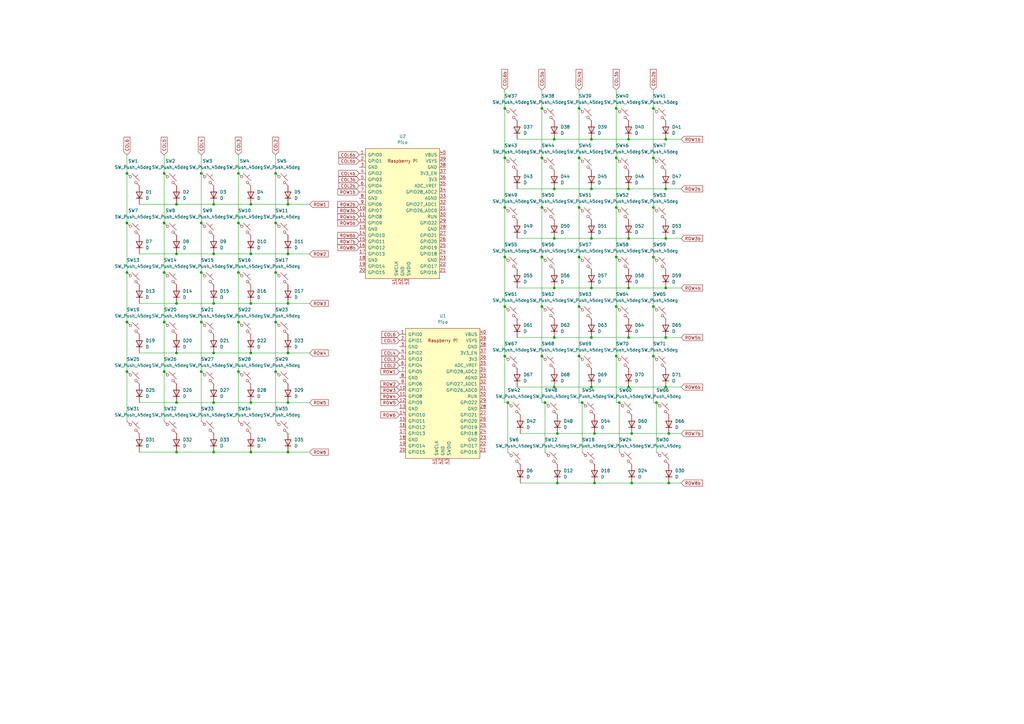
<source format=kicad_sch>
(kicad_sch (version 20231120) (generator "eeschema") (generator_version "8.0")
  (paper "A3")
  (lib_symbols
    (symbol "Device:D" (pin_numbers hide) (pin_names (offset 1.016) hide)
      (property "Reference" "D" (at 0 2.54 0))
      (property "Value" "D" (at 0 -2.54 0))
      (symbol "D_1_1"
        (pin passive line (at -3.81 0 0) (length 2.54) (name "K") (number "1"))
        (pin passive line (at 3.81 0 180) (length 2.54) (name "A") (number "2"))
      )
    )
    (symbol "MCU_RaspberryPi_and_Boards:Pico" (pin_names (offset 1.016))
      (property "Reference" "U" (at -13.97 27.94 0))
      (property "Value" "Pico" (at 0 19.05 0))
      (symbol "Pico_0_0"
        (text "Raspberry Pi" (at 0 21.59 0) (effects (font (size 1.27 1.27))))
      )
      (symbol "Pico_1_1"
        (pin bidirectional line (at -17.78 24.13 0) (length 2.54) (name "GPIO0") (number "1"))
        (pin bidirectional line (at -17.78 1.27 0) (length 2.54) (name "GPIO7") (number "10"))
        (pin bidirectional line (at -17.78 -1.27 0) (length 2.54) (name "GPIO8") (number "11"))
        (pin bidirectional line (at -17.78 -3.81 0) (length 2.54) (name "GPIO9") (number "12"))
        (pin power_in line (at -17.78 -6.35 0) (length 2.54) (name "GND") (number "13"))
        (pin bidirectional line (at -17.78 -8.89 0) (length 2.54) (name "GPIO10") (number "14"))
        (pin bidirectional line (at -17.78 -11.43 0) (length 2.54) (name "GPIO11") (number "15"))
        (pin bidirectional line (at -17.78 -13.97 0) (length 2.54) (name "GPIO12") (number "16"))
        (pin bidirectional line (at -17.78 -16.51 0) (length 2.54) (name "GPIO13") (number "17"))
        (pin power_in line (at -17.78 -19.05 0) (length 2.54) (name "GND") (number "18"))
        (pin bidirectional line (at -17.78 -21.59 0) (length 2.54) (name "GPIO14") (number "19"))
        (pin bidirectional line (at -17.78 21.59 0) (length 2.54) (name "GPIO1") (number "2"))
        (pin bidirectional line (at -17.78 -24.13 0) (length 2.54) (name "GPIO15") (number "20"))
        (pin bidirectional line (at 17.78 -24.13 180) (length 2.54) (name "GPIO16") (number "21"))
        (pin bidirectional line (at 17.78 -21.59 180) (length 2.54) (name "GPIO17") (number "22"))
        (pin power_in line (at 17.78 -19.05 180) (length 2.54) (name "GND") (number "23"))
        (pin bidirectional line (at 17.78 -16.51 180) (length 2.54) (name "GPIO18") (number "24"))
        (pin bidirectional line (at 17.78 -13.97 180) (length 2.54) (name "GPIO19") (number "25"))
        (pin bidirectional line (at 17.78 -11.43 180) (length 2.54) (name "GPIO20") (number "26"))
        (pin bidirectional line (at 17.78 -8.89 180) (length 2.54) (name "GPIO21") (number "27"))
        (pin power_in line (at 17.78 -6.35 180) (length 2.54) (name "GND") (number "28"))
        (pin bidirectional line (at 17.78 -3.81 180) (length 2.54) (name "GPIO22") (number "29"))
        (pin power_in line (at -17.78 19.05 0) (length 2.54) (name "GND") (number "3"))
        (pin input line (at 17.78 -1.27 180) (length 2.54) (name "RUN") (number "30"))
        (pin bidirectional line (at 17.78 1.27 180) (length 2.54) (name "GPIO26_ADC0") (number "31"))
        (pin bidirectional line (at 17.78 3.81 180) (length 2.54) (name "GPIO27_ADC1") (number "32"))
        (pin power_in line (at 17.78 6.35 180) (length 2.54) (name "AGND") (number "33"))
        (pin bidirectional line (at 17.78 8.89 180) (length 2.54) (name "GPIO28_ADC2") (number "34"))
        (pin unspecified line (at 17.78 11.43 180) (length 2.54) (name "ADC_VREF") (number "35"))
        (pin unspecified line (at 17.78 13.97 180) (length 2.54) (name "3V3") (number "36"))
        (pin input line (at 17.78 16.51 180) (length 2.54) (name "3V3_EN") (number "37"))
        (pin bidirectional line (at 17.78 19.05 180) (length 2.54) (name "GND") (number "38"))
        (pin unspecified line (at 17.78 21.59 180) (length 2.54) (name "VSYS") (number "39"))
        (pin bidirectional line (at -17.78 16.51 0) (length 2.54) (name "GPIO2") (number "4"))
        (pin unspecified line (at 17.78 24.13 180) (length 2.54) (name "VBUS") (number "40"))
        (pin input line (at -2.54 -29.21 90) (length 2.54) (name "SWCLK") (number "41"))
        (pin power_in line (at 0 -29.21 90) (length 2.54) (name "GND") (number "42"))
        (pin bidirectional line (at 2.54 -29.21 90) (length 2.54) (name "SWDIO") (number "43"))
        (pin bidirectional line (at -17.78 13.97 0) (length 2.54) (name "GPIO3") (number "5"))
        (pin bidirectional line (at -17.78 11.43 0) (length 2.54) (name "GPIO4") (number "6"))
        (pin bidirectional line (at -17.78 8.89 0) (length 2.54) (name "GPIO5") (number "7"))
        (pin power_in line (at -17.78 6.35 0) (length 2.54) (name "GND") (number "8"))
        (pin bidirectional line (at -17.78 3.81 0) (length 2.54) (name "GPIO6") (number "9"))
      )
    )
    (symbol "Switch:SW_Push_45deg" (pin_numbers hide) (pin_names (offset 1.016) hide)
      (property "Reference" "SW" (at 3.048 1.016 0))
      (property "Value" "SW_Push_45deg" (at 0 -3.81 0))
      (symbol "SW_Push_45deg_0_1"
        (pin passive line (at -2.54 2.54 0) (length 0) (name "1") (number "1"))
        (pin passive line (at 2.54 -2.54 180) (length 0) (name "2") (number "2"))
      )
    )
  )
  (junction (at 87.63 165.1))
  (junction (at 237.49 85.09))
  (junction (at 273.05 77.47))
  (junction (at 118.11 185.42))
  (junction (at 72.39 124.46))
  (junction (at 257.81 57.15))
  (junction (at 87.63 83.82))
  (junction (at 67.31 71.12))
  (junction (at 237.49 64.77))
  (junction (at 242.57 118.11))
  (junction (at 207.01 64.77))
  (junction (at 67.31 152.4))
  (junction (at 257.81 77.47))
  (junction (at 82.55 132.08))
  (junction (at 269.24 165.1))
  (junction (at 102.87 124.46))
  (junction (at 207.01 146.05))
  (junction (at 97.79 152.4))
  (junction (at 242.57 97.79))
  (junction (at 87.63 144.78))
  (junction (at 252.73 44.45))
  (junction (at 267.97 146.05))
  (junction (at 273.05 57.15))
  (junction (at 237.49 125.73))
  (junction (at 257.81 158.75))
  (junction (at 273.05 138.43))
  (junction (at 67.31 132.08))
  (junction (at 267.97 44.45))
  (junction (at 52.07 111.76))
  (junction (at 267.97 105.41))
  (junction (at 82.55 91.44))
  (junction (at 273.05 158.75))
  (junction (at 97.79 71.12))
  (junction (at 274.32 198.12))
  (junction (at 223.52 165.1))
  (junction (at 227.33 77.47))
  (junction (at 259.08 198.12))
  (junction (at 82.55 111.76))
  (junction (at 252.73 85.09))
  (junction (at 207.01 44.45))
  (junction (at 273.05 97.79))
  (junction (at 267.97 125.73))
  (junction (at 118.11 124.46))
  (junction (at 273.05 118.11))
  (junction (at 118.11 165.1))
  (junction (at 222.25 105.41))
  (junction (at 113.03 111.76))
  (junction (at 237.49 146.05))
  (junction (at 222.25 146.05))
  (junction (at 227.33 97.79))
  (junction (at 257.81 118.11))
  (junction (at 97.79 91.44))
  (junction (at 222.25 64.77))
  (junction (at 222.25 85.09))
  (junction (at 82.55 152.4))
  (junction (at 67.31 91.44))
  (junction (at 222.25 44.45))
  (junction (at 243.84 177.8))
  (junction (at 237.49 44.45))
  (junction (at 102.87 104.14))
  (junction (at 227.33 138.43))
  (junction (at 252.73 64.77))
  (junction (at 274.32 177.8))
  (junction (at 252.73 105.41))
  (junction (at 113.03 132.08))
  (junction (at 72.39 83.82))
  (junction (at 72.39 165.1))
  (junction (at 72.39 144.78))
  (junction (at 97.79 111.76))
  (junction (at 102.87 83.82))
  (junction (at 207.01 125.73))
  (junction (at 242.57 77.47))
  (junction (at 118.11 144.78))
  (junction (at 82.55 71.12))
  (junction (at 113.03 152.4))
  (junction (at 227.33 57.15))
  (junction (at 72.39 104.14))
  (junction (at 102.87 165.1))
  (junction (at 207.01 85.09))
  (junction (at 237.49 105.41))
  (junction (at 259.08 177.8))
  (junction (at 113.03 71.12))
  (junction (at 227.33 118.11))
  (junction (at 252.73 146.05))
  (junction (at 242.57 57.15))
  (junction (at 102.87 185.42))
  (junction (at 67.31 111.76))
  (junction (at 102.87 144.78))
  (junction (at 97.79 132.08))
  (junction (at 228.6 177.8))
  (junction (at 207.01 105.41))
  (junction (at 227.33 158.75))
  (junction (at 252.73 125.73))
  (junction (at 52.07 152.4))
  (junction (at 52.07 71.12))
  (junction (at 222.25 125.73))
  (junction (at 113.03 91.44))
  (junction (at 242.57 138.43))
  (junction (at 72.39 185.42))
  (junction (at 118.11 104.14))
  (junction (at 254 165.1))
  (junction (at 87.63 185.42))
  (junction (at 87.63 124.46))
  (junction (at 238.76 165.1))
  (junction (at 242.57 158.75))
  (junction (at 208.28 165.1))
  (junction (at 243.84 198.12))
  (junction (at 257.81 97.79))
  (junction (at 118.11 83.82))
  (junction (at 52.07 91.44))
  (junction (at 267.97 64.77))
  (junction (at 228.6 198.12))
  (junction (at 87.63 104.14))
  (junction (at 267.97 85.09))
  (junction (at 52.07 132.08))
  (junction (at 257.81 138.43))
  (wire (pts (xy 212.09 118.11) (xy 227.33 118.11)))
  (wire (pts (xy 57.15 165.1) (xy 72.39 165.1)))
  (wire (pts (xy 102.87 144.78) (xy 118.11 144.78)))
  (wire (pts (xy 97.79 132.08) (xy 97.79 152.4)))
  (wire (pts (xy 252.73 146.05) (xy 252.73 165.1)))
  (wire (pts (xy 269.24 165.1) (xy 269.24 185.42)))
  (wire (pts (xy 213.36 198.12) (xy 228.6 198.12)))
  (wire (pts (xy 279.4 97.79) (xy 273.05 97.79)))
  (wire (pts (xy 57.15 124.46) (xy 72.39 124.46)))
  (wire (pts (xy 267.97 85.09) (xy 267.97 105.41)))
  (wire (pts (xy 87.63 165.1) (xy 102.87 165.1)))
  (wire (pts (xy 279.4 198.12) (xy 274.32 198.12)))
  (wire (pts (xy 257.81 158.75) (xy 273.05 158.75)))
  (wire (pts (xy 252.73 64.77) (xy 252.73 85.09)))
  (wire (pts (xy 279.4 77.47) (xy 273.05 77.47)))
  (wire (pts (xy 242.57 77.47) (xy 257.81 77.47)))
  (wire (pts (xy 72.39 104.14) (xy 87.63 104.14)))
  (wire (pts (xy 72.39 144.78) (xy 87.63 144.78)))
  (wire (pts (xy 227.33 118.11) (xy 242.57 118.11)))
  (wire (pts (xy 222.25 85.09) (xy 222.25 105.41)))
  (wire (pts (xy 273.05 57.15) (xy 279.4 57.15)))
  (wire (pts (xy 52.07 91.44) (xy 52.07 111.76)))
  (wire (pts (xy 127 83.82) (xy 118.11 83.82)))
  (wire (pts (xy 238.76 165.1) (xy 238.76 185.42)))
  (wire (pts (xy 222.25 125.73) (xy 222.25 146.05)))
  (wire (pts (xy 227.33 138.43) (xy 242.57 138.43)))
  (wire (pts (xy 212.09 97.79) (xy 227.33 97.79)))
  (wire (pts (xy 72.39 165.1) (xy 87.63 165.1)))
  (wire (pts (xy 257.81 118.11) (xy 273.05 118.11)))
  (wire (pts (xy 267.97 165.1) (xy 269.24 165.1)))
  (wire (pts (xy 118.11 144.78) (xy 127 144.78)))
  (wire (pts (xy 207.01 105.41) (xy 207.01 125.73)))
  (wire (pts (xy 257.81 77.47) (xy 273.05 77.47)))
  (wire (pts (xy 87.63 104.14) (xy 102.87 104.14)))
  (wire (pts (xy 82.55 132.08) (xy 82.55 152.4)))
  (wire (pts (xy 52.07 63.5) (xy 52.07 71.12)))
  (wire (pts (xy 113.03 63.5) (xy 113.03 71.12)))
  (wire (pts (xy 82.55 111.76) (xy 82.55 132.08)))
  (wire (pts (xy 259.08 177.8) (xy 274.32 177.8)))
  (wire (pts (xy 82.55 152.4) (xy 82.55 172.72)))
  (wire (pts (xy 279.4 177.8) (xy 274.32 177.8)))
  (wire (pts (xy 102.87 124.46) (xy 118.11 124.46)))
  (wire (pts (xy 242.57 138.43) (xy 257.81 138.43)))
  (wire (pts (xy 127 124.46) (xy 118.11 124.46)))
  (wire (pts (xy 227.33 158.75) (xy 242.57 158.75)))
  (wire (pts (xy 223.52 165.1) (xy 223.52 185.42)))
  (wire (pts (xy 113.03 132.08) (xy 113.03 152.4)))
  (wire (pts (xy 254 165.1) (xy 254 185.42)))
  (wire (pts (xy 67.31 111.76) (xy 67.31 132.08)))
  (wire (pts (xy 252.73 125.73) (xy 252.73 146.05)))
  (wire (pts (xy 52.07 71.12) (xy 52.07 91.44)))
  (wire (pts (xy 212.09 77.47) (xy 227.33 77.47)))
  (wire (pts (xy 207.01 165.1) (xy 208.28 165.1)))
  (wire (pts (xy 213.36 177.8) (xy 228.6 177.8)))
  (wire (pts (xy 82.55 91.44) (xy 82.55 111.76)))
  (wire (pts (xy 102.87 185.42) (xy 118.11 185.42)))
  (wire (pts (xy 252.73 85.09) (xy 252.73 105.41)))
  (wire (pts (xy 237.49 105.41) (xy 237.49 125.73)))
  (wire (pts (xy 97.79 111.76) (xy 97.79 132.08)))
  (wire (pts (xy 228.6 198.12) (xy 243.84 198.12)))
  (wire (pts (xy 252.73 105.41) (xy 252.73 125.73)))
  (wire (pts (xy 279.4 118.11) (xy 273.05 118.11)))
  (wire (pts (xy 207.01 36.83) (xy 207.01 44.45)))
  (wire (pts (xy 113.03 111.76) (xy 113.03 132.08)))
  (wire (pts (xy 52.07 132.08) (xy 52.07 152.4)))
  (wire (pts (xy 267.97 36.83) (xy 267.97 44.45)))
  (wire (pts (xy 222.25 36.83) (xy 222.25 44.45)))
  (wire (pts (xy 222.25 44.45) (xy 222.25 64.77)))
  (wire (pts (xy 127 104.14) (xy 118.11 104.14)))
  (wire (pts (xy 222.25 105.41) (xy 222.25 125.73)))
  (wire (pts (xy 243.84 198.12) (xy 259.08 198.12)))
  (wire (pts (xy 207.01 85.09) (xy 207.01 105.41)))
  (wire (pts (xy 243.84 177.8) (xy 259.08 177.8)))
  (wire (pts (xy 267.97 64.77) (xy 267.97 85.09)))
  (wire (pts (xy 212.09 138.43) (xy 227.33 138.43)))
  (wire (pts (xy 87.63 144.78) (xy 102.87 144.78)))
  (wire (pts (xy 67.31 132.08) (xy 67.31 152.4)))
  (wire (pts (xy 97.79 91.44) (xy 97.79 111.76)))
  (wire (pts (xy 257.81 57.15) (xy 273.05 57.15)))
  (wire (pts (xy 237.49 165.1) (xy 238.76 165.1)))
  (wire (pts (xy 242.57 97.79) (xy 257.81 97.79)))
  (wire (pts (xy 267.97 125.73) (xy 267.97 146.05)))
  (wire (pts (xy 52.07 111.76) (xy 52.07 132.08)))
  (wire (pts (xy 237.49 146.05) (xy 237.49 165.1)))
  (wire (pts (xy 102.87 104.14) (xy 118.11 104.14)))
  (wire (pts (xy 67.31 91.44) (xy 67.31 111.76)))
  (wire (pts (xy 87.63 185.42) (xy 102.87 185.42)))
  (wire (pts (xy 212.09 158.75) (xy 227.33 158.75)))
  (wire (pts (xy 72.39 185.42) (xy 87.63 185.42)))
  (wire (pts (xy 267.97 146.05) (xy 267.97 165.1)))
  (wire (pts (xy 257.81 138.43) (xy 273.05 138.43)))
  (wire (pts (xy 207.01 64.77) (xy 207.01 85.09)))
  (wire (pts (xy 227.33 97.79) (xy 242.57 97.79)))
  (wire (pts (xy 237.49 44.45) (xy 237.49 64.77)))
  (wire (pts (xy 252.73 165.1) (xy 254 165.1)))
  (wire (pts (xy 87.63 83.82) (xy 102.87 83.82)))
  (wire (pts (xy 57.15 83.82) (xy 72.39 83.82)))
  (wire (pts (xy 97.79 71.12) (xy 97.79 91.44)))
  (wire (pts (xy 102.87 165.1) (xy 118.11 165.1)))
  (wire (pts (xy 113.03 152.4) (xy 113.03 172.72)))
  (wire (pts (xy 237.49 64.77) (xy 237.49 85.09)))
  (wire (pts (xy 273.05 158.75) (xy 279.4 158.75)))
  (wire (pts (xy 252.73 36.83) (xy 252.73 44.45)))
  (wire (pts (xy 222.25 165.1) (xy 223.52 165.1)))
  (wire (pts (xy 118.11 185.42) (xy 127 185.42)))
  (wire (pts (xy 52.07 152.4) (xy 52.07 172.72)))
  (wire (pts (xy 222.25 64.77) (xy 222.25 85.09)))
  (wire (pts (xy 113.03 91.44) (xy 113.03 111.76)))
  (wire (pts (xy 267.97 105.41) (xy 267.97 125.73)))
  (wire (pts (xy 237.49 85.09) (xy 237.49 105.41)))
  (wire (pts (xy 228.6 177.8) (xy 243.84 177.8)))
  (wire (pts (xy 242.57 118.11) (xy 257.81 118.11)))
  (wire (pts (xy 208.28 165.1) (xy 208.28 185.42)))
  (wire (pts (xy 242.57 57.15) (xy 257.81 57.15)))
  (wire (pts (xy 97.79 63.5) (xy 97.79 71.12)))
  (wire (pts (xy 222.25 146.05) (xy 222.25 165.1)))
  (wire (pts (xy 57.15 185.42) (xy 72.39 185.42)))
  (wire (pts (xy 207.01 125.73) (xy 207.01 146.05)))
  (wire (pts (xy 212.09 57.15) (xy 227.33 57.15)))
  (wire (pts (xy 102.87 83.82) (xy 118.11 83.82)))
  (wire (pts (xy 237.49 125.73) (xy 237.49 146.05)))
  (wire (pts (xy 227.33 57.15) (xy 242.57 57.15)))
  (wire (pts (xy 237.49 36.83) (xy 237.49 44.45)))
  (wire (pts (xy 259.08 198.12) (xy 274.32 198.12)))
  (wire (pts (xy 57.15 104.14) (xy 72.39 104.14)))
  (wire (pts (xy 57.15 144.78) (xy 72.39 144.78)))
  (wire (pts (xy 87.63 124.46) (xy 102.87 124.46)))
  (wire (pts (xy 67.31 71.12) (xy 67.31 91.44)))
  (wire (pts (xy 72.39 124.46) (xy 87.63 124.46)))
  (wire (pts (xy 257.81 97.79) (xy 273.05 97.79)))
  (wire (pts (xy 72.39 83.82) (xy 87.63 83.82)))
  (wire (pts (xy 67.31 152.4) (xy 67.31 172.72)))
  (wire (pts (xy 207.01 146.05) (xy 207.01 165.1)))
  (wire (pts (xy 267.97 44.45) (xy 267.97 64.77)))
  (wire (pts (xy 252.73 44.45) (xy 252.73 64.77)))
  (wire (pts (xy 273.05 138.43) (xy 279.4 138.43)))
  (wire (pts (xy 67.31 63.5) (xy 67.31 71.12)))
  (wire (pts (xy 97.79 152.4) (xy 97.79 172.72)))
  (wire (pts (xy 127 165.1) (xy 118.11 165.1)))
  (wire (pts (xy 207.01 44.45) (xy 207.01 64.77)))
  (wire (pts (xy 82.55 63.5) (xy 82.55 71.12)))
  (wire (pts (xy 113.03 71.12) (xy 113.03 91.44)))
  (wire (pts (xy 227.33 77.47) (xy 242.57 77.47)))
  (wire (pts (xy 242.57 158.75) (xy 257.81 158.75)))
  (wire (pts (xy 82.55 71.12) (xy 82.55 91.44)))
  (global_label "COL4" (shape input) (at 82.55 63.5 90) (property "Intersheetrefs" "${INTERSHEET_REFS}" (effects (hide yes))))
  (global_label "ROW6" (shape input) (at 127 185.42 0) (property "Intersheetrefs" "${INTERSHEET_REFS}" (effects (hide yes))))
  (global_label "COL4b" (shape input) (at 237.49 36.83 90) (property "Intersheetrefs" "${INTERSHEET_REFS}" (effects (hide yes))))
  (global_label "ROW5" (shape input) (at 163.83 165.1 180) (property "Intersheetrefs" "${INTERSHEET_REFS}" (effects (hide yes))))
  (global_label "ROW7b" (shape input) (at 279.4 177.8 0) (property "Intersheetrefs" "${INTERSHEET_REFS}" (effects (hide yes))))
  (global_label "COL3" (shape input) (at 97.79 63.5 90) (property "Intersheetrefs" "${INTERSHEET_REFS}" (effects (hide yes))))
  (global_label "ROW4b" (shape input) (at 147.32 88.9 180) (property "Intersheetrefs" "${INTERSHEET_REFS}" (effects (hide yes))))
  (global_label "ROW7b" (shape input) (at 147.32 99.06 180) (property "Intersheetrefs" "${INTERSHEET_REFS}" (effects (hide yes))))
  (global_label "ROW2" (shape input) (at 127 104.14 0) (property "Intersheetrefs" "${INTERSHEET_REFS}" (effects (hide yes))))
  (global_label "ROW6b" (shape input) (at 279.4 158.75 0) (property "Intersheetrefs" "${INTERSHEET_REFS}" (effects (hide yes))))
  (global_label "COL6" (shape input) (at 52.07 63.5 90) (property "Intersheetrefs" "${INTERSHEET_REFS}" (effects (hide yes))))
  (global_label "ROW1b" (shape input) (at 279.4 57.15 0) (property "Intersheetrefs" "${INTERSHEET_REFS}" (effects (hide yes))))
  (global_label "COL3" (shape input) (at 163.83 147.32 180) (property "Intersheetrefs" "${INTERSHEET_REFS}" (effects (hide yes))))
  (global_label "COL3b" (shape input) (at 252.73 36.83 90) (property "Intersheetrefs" "${INTERSHEET_REFS}" (effects (hide yes))))
  (global_label "ROW8b" (shape input) (at 147.32 101.6 180) (property "Intersheetrefs" "${INTERSHEET_REFS}" (effects (hide yes))))
  (global_label "COL2" (shape input) (at 163.83 149.86 180) (property "Intersheetrefs" "${INTERSHEET_REFS}" (effects (hide yes))))
  (global_label "COL4" (shape input) (at 163.83 144.78 180) (property "Intersheetrefs" "${INTERSHEET_REFS}" (effects (hide yes))))
  (global_label "ROW6b" (shape input) (at 147.32 96.52 180) (property "Intersheetrefs" "${INTERSHEET_REFS}" (effects (hide yes))))
  (global_label "ROW4b" (shape input) (at 279.4 118.11 0) (property "Intersheetrefs" "${INTERSHEET_REFS}" (effects (hide yes))))
  (global_label "COL2" (shape input) (at 113.03 63.5 90) (property "Intersheetrefs" "${INTERSHEET_REFS}" (effects (hide yes))))
  (global_label "ROW3b" (shape input) (at 147.32 86.36 180) (property "Intersheetrefs" "${INTERSHEET_REFS}" (effects (hide yes))))
  (global_label "COL6b" (shape input) (at 207.01 36.83 90) (property "Intersheetrefs" "${INTERSHEET_REFS}" (effects (hide yes))))
  (global_label "ROW2b" (shape input) (at 147.32 83.82 180) (property "Intersheetrefs" "${INTERSHEET_REFS}" (effects (hide yes))))
  (global_label "COL2b" (shape input) (at 147.32 76.2 180) (property "Intersheetrefs" "${INTERSHEET_REFS}" (effects (hide yes))))
  (global_label "ROW3" (shape input) (at 163.83 160.02 180) (property "Intersheetrefs" "${INTERSHEET_REFS}" (effects (hide yes))))
  (global_label "ROW1" (shape input) (at 127 83.82 0) (property "Intersheetrefs" "${INTERSHEET_REFS}" (effects (hide yes))))
  (global_label "ROW2" (shape input) (at 163.83 157.48 180) (property "Intersheetrefs" "${INTERSHEET_REFS}" (effects (hide yes))))
  (global_label "COL5b" (shape input) (at 147.32 66.04 180) (property "Intersheetrefs" "${INTERSHEET_REFS}" (effects (hide yes))))
  (global_label "COL4b" (shape input) (at 147.32 71.12 180) (property "Intersheetrefs" "${INTERSHEET_REFS}" (effects (hide yes))))
  (global_label "ROW8b" (shape input) (at 279.4 198.12 0) (property "Intersheetrefs" "${INTERSHEET_REFS}" (effects (hide yes))))
  (global_label "ROW4" (shape input) (at 163.83 162.56 180) (property "Intersheetrefs" "${INTERSHEET_REFS}" (effects (hide yes))))
  (global_label "ROW3" (shape input) (at 127 124.46 0) (property "Intersheetrefs" "${INTERSHEET_REFS}" (effects (hide yes))))
  (global_label "ROW1" (shape input) (at 163.83 152.4 180) (property "Intersheetrefs" "${INTERSHEET_REFS}" (effects (hide yes))))
  (global_label "COL5" (shape input) (at 163.83 139.7 180) (property "Intersheetrefs" "${INTERSHEET_REFS}" (effects (hide yes))))
  (global_label "COL3b" (shape input) (at 147.32 73.66 180) (property "Intersheetrefs" "${INTERSHEET_REFS}" (effects (hide yes))))
  (global_label "COL5b" (shape input) (at 222.25 36.83 90) (property "Intersheetrefs" "${INTERSHEET_REFS}" (effects (hide yes))))
  (global_label "COL6b" (shape input) (at 147.32 63.5 180) (property "Intersheetrefs" "${INTERSHEET_REFS}" (effects (hide yes))))
  (global_label "ROW6" (shape input) (at 163.83 170.18 180) (property "Intersheetrefs" "${INTERSHEET_REFS}" (effects (hide yes))))
  (global_label "ROW5b" (shape input) (at 147.32 91.44 180) (property "Intersheetrefs" "${INTERSHEET_REFS}" (effects (hide yes))))
  (global_label "ROW4" (shape input) (at 127 144.78 0) (property "Intersheetrefs" "${INTERSHEET_REFS}" (effects (hide yes))))
  (global_label "COL5" (shape input) (at 67.31 63.5 90) (property "Intersheetrefs" "${INTERSHEET_REFS}" (effects (hide yes))))
  (global_label "ROW5" (shape input) (at 127 165.1 0) (property "Intersheetrefs" "${INTERSHEET_REFS}" (effects (hide yes))))
  (global_label "ROW5b" (shape input) (at 279.4 138.43 0) (property "Intersheetrefs" "${INTERSHEET_REFS}" (effects (hide yes))))
  (global_label "ROW1b" (shape input) (at 147.32 78.74 180) (property "Intersheetrefs" "${INTERSHEET_REFS}" (effects (hide yes))))
  (global_label "ROW3b" (shape input) (at 279.4 97.79 0) (property "Intersheetrefs" "${INTERSHEET_REFS}" (effects (hide yes))))
  (global_label "ROW2b" (shape input) (at 279.4 77.47 0) (property "Intersheetrefs" "${INTERSHEET_REFS}" (effects (hide yes))))
  (global_label "COL2b" (shape input) (at 267.97 36.83 90) (property "Intersheetrefs" "${INTERSHEET_REFS}" (effects (hide yes))))
  (global_label "COL6" (shape input) (at 163.83 137.16 180) (property "Intersheetrefs" "${INTERSHEET_REFS}" (effects (hide yes))))
  (symbol (lib_id "Device:D") (at 227.33 134.62 90) (unit 1)
    (property "Reference" "D62" (at 229.87 133.3499 90) (effects (justify right)))
    (property "Value" "D" (at 229.87 135.8899 90) (effects (justify right)))
    (property "Footprint" "Diode_THT:D_DO-34_SOD68_P7.62mm_Horizontal" (effects (hide yes)))
    (property "Description" "Diode" (effects (hide yes)))
    (property "Sim.Device" "D" (effects (hide yes)))
    (property "Sim.Pins" "1=K 2=A" (effects (hide yes)))
  )
  (symbol (lib_id "Switch:SW_Push_45deg") (at 85.09 134.62 0) (unit 1)
    (property "Reference" "SW21" (at 85.09 127 0))
    (property "Value" "SW_Push_45deg" (at 85.09 129.54 0))
    (property "Footprint" "personal:SW_Cherry_MX_1.00u_PCB" (effects (hide yes)))
    (property "Description" "Push button switch, normally open, two pins, 45° tilted" (effects (hide yes)))
  )
  (symbol (lib_id "Device:D") (at 213.36 173.99 90) (unit 1)
    (property "Reference" "D42" (at 215.9 172.7199 90) (effects (justify right)))
    (property "Value" "D" (at 215.9 175.2599 90) (effects (justify right)))
    (property "Footprint" "Diode_THT:D_DO-34_SOD68_P7.62mm_Horizontal" (effects (hide yes)))
    (property "Description" "Diode" (effects (hide yes)))
    (property "Sim.Device" "D" (effects (hide yes)))
    (property "Sim.Pins" "1=K 2=A" (effects (hide yes)))
  )
  (symbol (lib_id "Switch:SW_Push_45deg") (at 240.03 67.31 0) (unit 1)
    (property "Reference" "SW45" (at 240.03 59.69 0))
    (property "Value" "SW_Push_45deg" (at 240.03 62.23 0))
    (property "Footprint" "personal:SW_Cherry_MX_1.00u_PCB" (effects (hide yes)))
    (property "Description" "Push button switch, normally open, two pins, 45° tilted" (effects (hide yes)))
  )
  (symbol (lib_id "Switch:SW_Push_45deg") (at 270.51 148.59 0) (unit 1)
    (property "Reference" "SW71" (at 270.51 140.97 0))
    (property "Value" "SW_Push_45deg" (at 270.51 143.51 0))
    (property "Footprint" "personal:SW_Cherry_MX_1.00u_PCB" (effects (hide yes)))
    (property "Description" "Push button switch, normally open, two pins, 45° tilted" (effects (hide yes)))
  )
  (symbol (lib_id "Switch:SW_Push_45deg") (at 255.27 128.27 0) (unit 1)
    (property "Reference" "SW64" (at 255.27 120.65 0))
    (property "Value" "SW_Push_45deg" (at 255.27 123.19 0))
    (property "Footprint" "personal:SW_Cherry_MX_1.00u_PCB" (effects (hide yes)))
    (property "Description" "Push button switch, normally open, two pins, 45° tilted" (effects (hide yes)))
  )
  (symbol (lib_id "Switch:SW_Push_45deg") (at 256.54 167.64 0) (unit 1)
    (property "Reference" "SW60" (at 256.54 160.02 0))
    (property "Value" "SW_Push_45deg" (at 256.54 162.56 0))
    (property "Footprint" "personal:SW_Cherry_MX_1.00u_PCB" (effects (hide yes)))
    (property "Description" "Push button switch, normally open, two pins, 45° tilted" (effects (hide yes)))
  )
  (symbol (lib_id "Device:D") (at 242.57 114.3 90) (unit 1)
    (property "Reference" "D57" (at 245.11 113.0299 90) (effects (justify right)))
    (property "Value" "D" (at 245.11 115.5699 90) (effects (justify right)))
    (property "Footprint" "Diode_THT:D_DO-34_SOD68_P7.62mm_Horizontal" (effects (hide yes)))
    (property "Description" "Diode" (effects (hide yes)))
    (property "Sim.Device" "D" (effects (hide yes)))
    (property "Sim.Pins" "1=K 2=A" (effects (hide yes)))
  )
  (symbol (lib_id "Device:D") (at 242.57 73.66 90) (unit 1)
    (property "Reference" "D45" (at 245.11 72.3899 90) (effects (justify right)))
    (property "Value" "D" (at 245.11 74.9299 90) (effects (justify right)))
    (property "Footprint" "Diode_THT:D_DO-34_SOD68_P7.62mm_Horizontal" (effects (hide yes)))
    (property "Description" "Diode" (effects (hide yes)))
    (property "Sim.Device" "D" (effects (hide yes)))
    (property "Sim.Pins" "1=K 2=A" (effects (hide yes)))
  )
  (symbol (lib_id "Device:D") (at 87.63 161.29 90) (unit 1)
    (property "Reference" "D27" (at 90.17 160.0199 90) (effects (justify right)))
    (property "Value" "D" (at 90.17 162.5599 90) (effects (justify right)))
    (property "Footprint" "Diode_THT:D_DO-34_SOD68_P7.62mm_Horizontal" (effects (hide yes)))
    (property "Description" "Diode" (effects (hide yes)))
    (property "Sim.Device" "D" (effects (hide yes)))
    (property "Sim.Pins" "1=K 2=A" (effects (hide yes)))
  )
  (symbol (lib_id "Switch:SW_Push_45deg") (at 54.61 114.3 0) (unit 1)
    (property "Reference" "SW13" (at 54.61 106.68 0))
    (property "Value" "SW_Push_45deg" (at 54.61 109.22 0))
    (property "Footprint" "personal:SW_Cherry_MX_1.00u_PCB" (effects (hide yes)))
    (property "Description" "Push button switch, normally open, two pins, 45° tilted" (effects (hide yes)))
  )
  (symbol (lib_id "Device:D") (at 274.32 194.31 90) (unit 1)
    (property "Reference" "D30" (at 276.86 193.0399 90) (effects (justify right)))
    (property "Value" "D" (at 276.86 195.5799 90) (effects (justify right)))
    (property "Footprint" "Diode_THT:D_DO-34_SOD68_P7.62mm_Horizontal" (effects (hide yes)))
    (property "Description" "Diode" (effects (hide yes)))
    (property "Sim.Device" "D" (effects (hide yes)))
    (property "Sim.Pins" "1=K 2=A" (effects (hide yes)))
  )
  (symbol (lib_id "Device:D") (at 118.11 161.29 90) (unit 1)
    (property "Reference" "D29" (at 120.65 160.0199 90) (effects (justify right)))
    (property "Value" "D" (at 120.65 162.5599 90) (effects (justify right)))
    (property "Footprint" "Diode_THT:D_DO-34_SOD68_P7.62mm_Horizontal" (effects (hide yes)))
    (property "Description" "Diode" (effects (hide yes)))
    (property "Sim.Device" "D" (effects (hide yes)))
    (property "Sim.Pins" "1=K 2=A" (effects (hide yes)))
  )
  (symbol (lib_id "Switch:SW_Push_45deg") (at 69.85 175.26 0) (unit 1)
    (property "Reference" "SW32" (at 69.85 167.64 0))
    (property "Value" "SW_Push_45deg" (at 69.85 170.18 0))
    (property "Footprint" "personal:SW_Cherry_MX_1.50u_PCB" (effects (hide yes)))
    (property "Description" "Push button switch, normally open, two pins, 45° tilted" (effects (hide yes)))
  )
  (symbol (lib_id "Switch:SW_Push_45deg") (at 100.33 93.98 0) (unit 1)
    (property "Reference" "SW10" (at 100.33 86.36 0))
    (property "Value" "SW_Push_45deg" (at 100.33 88.9 0))
    (property "Footprint" "personal:SW_Cherry_MX_1.00u_PCB" (effects (hide yes)))
    (property "Description" "Push button switch, normally open, two pins, 45° tilted" (effects (hide yes)))
  )
  (symbol (lib_id "Device:D") (at 87.63 140.97 90) (unit 1)
    (property "Reference" "D21" (at 90.17 139.6999 90) (effects (justify right)))
    (property "Value" "D" (at 90.17 142.2399 90) (effects (justify right)))
    (property "Footprint" "Diode_THT:D_DO-34_SOD68_P7.62mm_Horizontal" (effects (hide yes)))
    (property "Description" "Diode" (effects (hide yes)))
    (property "Sim.Device" "D" (effects (hide yes)))
    (property "Sim.Pins" "1=K 2=A" (effects (hide yes)))
  )
  (symbol (lib_id "Switch:SW_Push_45deg") (at 270.51 128.27 0) (unit 1)
    (property "Reference" "SW65" (at 270.51 120.65 0))
    (property "Value" "SW_Push_45deg" (at 270.51 123.19 0))
    (property "Footprint" "personal:SW_Cherry_MX_1.00u_PCB" (effects (hide yes)))
    (property "Description" "Push button switch, normally open, two pins, 45° tilted" (effects (hide yes)))
  )
  (symbol (lib_id "Switch:SW_Push_45deg") (at 54.61 73.66 0) (unit 1)
    (property "Reference" "SW1" (at 54.61 66.04 0))
    (property "Value" "SW_Push_45deg" (at 54.61 68.58 0))
    (property "Footprint" "personal:SW_Cherry_MX_1.00u_PCB" (effects (hide yes)))
    (property "Description" "Push button switch, normally open, two pins, 45° tilted" (effects (hide yes)))
  )
  (symbol (lib_id "Device:D") (at 57.15 161.29 90) (unit 1)
    (property "Reference" "D25" (at 59.69 160.0199 90) (effects (justify right)))
    (property "Value" "D" (at 59.69 162.5599 90) (effects (justify right)))
    (property "Footprint" "Diode_THT:D_DO-34_SOD68_P7.62mm_Horizontal" (effects (hide yes)))
    (property "Description" "Diode" (effects (hide yes)))
    (property "Sim.Device" "D" (effects (hide yes)))
    (property "Sim.Pins" "1=K 2=A" (effects (hide yes)))
  )
  (symbol (lib_id "Device:D") (at 72.39 100.33 90) (unit 1)
    (property "Reference" "D8" (at 74.93 99.0599 90) (effects (justify right)))
    (property "Value" "D" (at 74.93 101.5999 90) (effects (justify right)))
    (property "Footprint" "Diode_THT:D_DO-34_SOD68_P7.62mm_Horizontal" (effects (hide yes)))
    (property "Description" "Diode" (effects (hide yes)))
    (property "Sim.Device" "D" (effects (hide yes)))
    (property "Sim.Pins" "1=K 2=A" (effects (hide yes)))
  )
  (symbol (lib_id "Device:D") (at 257.81 73.66 90) (unit 1)
    (property "Reference" "D46" (at 260.35 72.3899 90) (effects (justify right)))
    (property "Value" "D" (at 260.35 74.9299 90) (effects (justify right)))
    (property "Footprint" "Diode_THT:D_DO-34_SOD68_P7.62mm_Horizontal" (effects (hide yes)))
    (property "Description" "Diode" (effects (hide yes)))
    (property "Sim.Device" "D" (effects (hide yes)))
    (property "Sim.Pins" "1=K 2=A" (effects (hide yes)))
  )
  (symbol (lib_id "Switch:SW_Push_45deg") (at 209.55 46.99 0) (unit 1)
    (property "Reference" "SW37" (at 209.55 39.37 0))
    (property "Value" "SW_Push_45deg" (at 209.55 41.91 0))
    (property "Footprint" "personal:SW_Cherry_MX_1.00u_PCB" (effects (hide yes)))
    (property "Description" "Push button switch, normally open, two pins, 45° tilted" (effects (hide yes)))
  )
  (symbol (lib_id "Switch:SW_Push_45deg") (at 271.78 187.96 0) (unit 1)
    (property "Reference" "SW30" (at 271.78 180.34 0))
    (property "Value" "SW_Push_45deg" (at 271.78 182.88 0))
    (property "Footprint" "personal:SW_Cherry_MX_1.00u_PCB" (effects (hide yes)))
    (property "Description" "Push button switch, normally open, two pins, 45° tilted" (effects (hide yes)))
  )
  (symbol (lib_id "Switch:SW_Push_45deg") (at 85.09 175.26 0) (unit 1)
    (property "Reference" "SW33" (at 85.09 167.64 0))
    (property "Value" "SW_Push_45deg" (at 85.09 170.18 0))
    (property "Footprint" "personal:SW_Cherry_MX_1.75u_PCB" (effects (hide yes)))
    (property "Description" "Push button switch, normally open, two pins, 45° tilted" (effects (hide yes)))
  )
  (symbol (lib_id "Switch:SW_Push_45deg") (at 209.55 128.27 0) (unit 1)
    (property "Reference" "SW61" (at 209.55 120.65 0))
    (property "Value" "SW_Push_45deg" (at 209.55 123.19 0))
    (property "Footprint" "personal:SW_Cherry_MX_1.00u_PCB" (effects (hide yes)))
    (property "Description" "Push button switch, normally open, two pins, 45° tilted" (effects (hide yes)))
  )
  (symbol (lib_id "Switch:SW_Push_45deg") (at 240.03 46.99 0) (unit 1)
    (property "Reference" "SW39" (at 240.03 39.37 0))
    (property "Value" "SW_Push_45deg" (at 240.03 41.91 0))
    (property "Footprint" "personal:SW_Cherry_MX_1.00u_PCB" (effects (hide yes)))
    (property "Description" "Push button switch, normally open, two pins, 45° tilted" (effects (hide yes)))
  )
  (symbol (lib_id "Device:D") (at 72.39 80.01 90) (unit 1)
    (property "Reference" "D2" (at 74.93 78.7399 90) (effects (justify right)))
    (property "Value" "D" (at 74.93 81.2799 90) (effects (justify right)))
    (property "Footprint" "Diode_THT:D_DO-34_SOD68_P7.62mm_Horizontal" (effects (hide yes)))
    (property "Description" "Diode" (effects (hide yes)))
    (property "Sim.Device" "D" (effects (hide yes)))
    (property "Sim.Pins" "1=K 2=A" (effects (hide yes)))
  )
  (symbol (lib_id "Switch:SW_Push_45deg") (at 209.55 67.31 0) (unit 1)
    (property "Reference" "SW43" (at 209.55 59.69 0))
    (property "Value" "SW_Push_45deg" (at 209.55 62.23 0))
    (property "Footprint" "personal:SW_Cherry_MX_1.00u_PCB" (effects (hide yes)))
    (property "Description" "Push button switch, normally open, two pins, 45° tilted" (effects (hide yes)))
  )
  (symbol (lib_id "Device:D") (at 118.11 120.65 90) (unit 1)
    (property "Reference" "D17" (at 120.65 119.3799 90) (effects (justify right)))
    (property "Value" "D" (at 120.65 121.9199 90) (effects (justify right)))
    (property "Footprint" "Diode_THT:D_DO-34_SOD68_P7.62mm_Horizontal" (effects (hide yes)))
    (property "Description" "Diode" (effects (hide yes)))
    (property "Sim.Device" "D" (effects (hide yes)))
    (property "Sim.Pins" "1=K 2=A" (effects (hide yes)))
  )
  (symbol (lib_id "Device:D") (at 273.05 114.3 90) (unit 1)
    (property "Reference" "D59" (at 275.59 113.0299 90) (effects (justify right)))
    (property "Value" "D" (at 275.59 115.5699 90) (effects (justify right)))
    (property "Footprint" "Diode_THT:D_DO-34_SOD68_P7.62mm_Horizontal" (effects (hide yes)))
    (property "Description" "Diode" (effects (hide yes)))
    (property "Sim.Device" "D" (effects (hide yes)))
    (property "Sim.Pins" "1=K 2=A" (effects (hide yes)))
  )
  (symbol (lib_id "Switch:SW_Push_45deg") (at 226.06 167.64 0) (unit 1)
    (property "Reference" "SW48" (at 226.06 160.02 0))
    (property "Value" "SW_Push_45deg" (at 226.06 162.56 0))
    (property "Footprint" "personal:SW_Cherry_MX_1.00u_PCB" (effects (hide yes)))
    (property "Description" "Push button switch, normally open, two pins, 45° tilted" (effects (hide yes)))
  )
  (symbol (lib_id "Switch:SW_Push_45deg") (at 85.09 93.98 0) (unit 1)
    (property "Reference" "SW9" (at 85.09 86.36 0))
    (property "Value" "SW_Push_45deg" (at 85.09 88.9 0))
    (property "Footprint" "personal:SW_Cherry_MX_1.00u_PCB" (effects (hide yes)))
    (property "Description" "Push button switch, normally open, two pins, 45° tilted" (effects (hide yes)))
  )
  (symbol (lib_id "Device:D") (at 273.05 93.98 90) (unit 1)
    (property "Reference" "D53" (at 275.59 92.7099 90) (effects (justify right)))
    (property "Value" "D" (at 275.59 95.2499 90) (effects (justify right)))
    (property "Footprint" "Diode_THT:D_DO-34_SOD68_P7.62mm_Horizontal" (effects (hide yes)))
    (property "Description" "Diode" (effects (hide yes)))
    (property "Sim.Device" "D" (effects (hide yes)))
    (property "Sim.Pins" "1=K 2=A" (effects (hide yes)))
  )
  (symbol (lib_id "Switch:SW_Push_45deg") (at 240.03 128.27 0) (unit 1)
    (property "Reference" "SW63" (at 240.03 120.65 0))
    (property "Value" "SW_Push_45deg" (at 240.03 123.19 0))
    (property "Footprint" "personal:SW_Cherry_MX_1.00u_PCB" (effects (hide yes)))
    (property "Description" "Push button switch, normally open, two pins, 45° tilted" (effects (hide yes)))
  )
  (symbol (lib_id "Switch:SW_Push_45deg") (at 255.27 107.95 0) (unit 1)
    (property "Reference" "SW58" (at 255.27 100.33 0))
    (property "Value" "SW_Push_45deg" (at 255.27 102.87 0))
    (property "Footprint" "personal:SW_Cherry_MX_1.00u_PCB" (effects (hide yes)))
    (property "Description" "Push button switch, normally open, two pins, 45° tilted" (effects (hide yes)))
  )
  (symbol (lib_id "Device:D") (at 57.15 80.01 90) (unit 1)
    (property "Reference" "D1" (at 59.69 78.7399 90) (effects (justify right)))
    (property "Value" "D" (at 59.69 81.2799 90) (effects (justify right)))
    (property "Footprint" "Diode_THT:D_DO-34_SOD68_P7.62mm_Horizontal" (effects (hide yes)))
    (property "Description" "Diode" (effects (hide yes)))
    (property "Sim.Device" "D" (effects (hide yes)))
    (property "Sim.Pins" "1=K 2=A" (effects (hide yes)))
  )
  (symbol (lib_id "Switch:SW_Push_45deg") (at 209.55 148.59 0) (unit 1)
    (property "Reference" "SW67" (at 209.55 140.97 0))
    (property "Value" "SW_Push_45deg" (at 209.55 143.51 0))
    (property "Footprint" "personal:SW_Cherry_MX_1.00u_PCB" (effects (hide yes)))
    (property "Description" "Push button switch, normally open, two pins, 45° tilted" (effects (hide yes)))
  )
  (symbol (lib_id "Switch:SW_Push_45deg") (at 256.54 187.96 0) (unit 1)
    (property "Reference" "SW24" (at 256.54 180.34 0))
    (property "Value" "SW_Push_45deg" (at 256.54 182.88 0))
    (property "Footprint" "personal:SW_Cherry_MX_1.00u_PCB" (effects (hide yes)))
    (property "Description" "Push button switch, normally open, two pins, 45° tilted" (effects (hide yes)))
  )
  (symbol (lib_id "Device:D") (at 228.6 194.31 90) (unit 1)
    (property "Reference" "D12" (at 231.14 193.0399 90) (effects (justify right)))
    (property "Value" "D" (at 231.14 195.5799 90) (effects (justify right)))
    (property "Footprint" "Diode_THT:D_DO-34_SOD68_P7.62mm_Horizontal" (effects (hide yes)))
    (property "Description" "Diode" (effects (hide yes)))
    (property "Sim.Device" "D" (effects (hide yes)))
    (property "Sim.Pins" "1=K 2=A" (effects (hide yes)))
  )
  (symbol (lib_id "Switch:SW_Push_45deg") (at 210.82 167.64 0) (unit 1)
    (property "Reference" "SW42" (at 210.82 160.02 0))
    (property "Value" "SW_Push_45deg" (at 210.82 162.56 0))
    (property "Footprint" "personal:SW_Cherry_MX_1.00u_PCB" (effects (hide yes)))
    (property "Description" "Push button switch, normally open, two pins, 45° tilted" (effects (hide yes)))
  )
  (symbol (lib_id "Device:D") (at 212.09 154.94 90) (unit 1)
    (property "Reference" "D67" (at 214.63 153.6699 90) (effects (justify right)))
    (property "Value" "D" (at 214.63 156.2099 90) (effects (justify right)))
    (property "Footprint" "Diode_THT:D_DO-34_SOD68_P7.62mm_Horizontal" (effects (hide yes)))
    (property "Description" "Diode" (effects (hide yes)))
    (property "Sim.Device" "D" (effects (hide yes)))
    (property "Sim.Pins" "1=K 2=A" (effects (hide yes)))
  )
  (symbol (lib_id "Switch:SW_Push_45deg") (at 209.55 87.63 0) (unit 1)
    (property "Reference" "SW49" (at 209.55 80.01 0))
    (property "Value" "SW_Push_45deg" (at 209.55 82.55 0))
    (property "Footprint" "personal:SW_Cherry_MX_1.00u_PCB" (effects (hide yes)))
    (property "Description" "Push button switch, normally open, two pins, 45° tilted" (effects (hide yes)))
  )
  (symbol (lib_id "Device:D") (at 243.84 194.31 90) (unit 1)
    (property "Reference" "D18" (at 246.38 193.0399 90) (effects (justify right)))
    (property "Value" "D" (at 246.38 195.5799 90) (effects (justify right)))
    (property "Footprint" "Diode_THT:D_DO-34_SOD68_P7.62mm_Horizontal" (effects (hide yes)))
    (property "Description" "Diode" (effects (hide yes)))
    (property "Sim.Device" "D" (effects (hide yes)))
    (property "Sim.Pins" "1=K 2=A" (effects (hide yes)))
  )
  (symbol (lib_id "Device:D") (at 228.6 173.99 90) (unit 1)
    (property "Reference" "D48" (at 231.14 172.7199 90) (effects (justify right)))
    (property "Value" "D" (at 231.14 175.2599 90) (effects (justify right)))
    (property "Footprint" "Diode_THT:D_DO-34_SOD68_P7.62mm_Horizontal" (effects (hide yes)))
    (property "Description" "Diode" (effects (hide yes)))
    (property "Sim.Device" "D" (effects (hide yes)))
    (property "Sim.Pins" "1=K 2=A" (effects (hide yes)))
  )
  (symbol (lib_id "Device:D") (at 102.87 181.61 90) (unit 1)
    (property "Reference" "D34" (at 105.41 180.3399 90) (effects (justify right)))
    (property "Value" "D" (at 105.41 182.8799 90) (effects (justify right)))
    (property "Footprint" "Diode_THT:D_DO-34_SOD68_P7.62mm_Horizontal" (effects (hide yes)))
    (property "Description" "Diode" (effects (hide yes)))
    (property "Sim.Device" "D" (effects (hide yes)))
    (property "Sim.Pins" "1=K 2=A" (effects (hide yes)))
  )
  (symbol (lib_id "Switch:SW_Push_45deg") (at 85.09 114.3 0) (unit 1)
    (property "Reference" "SW15" (at 85.09 106.68 0))
    (property "Value" "SW_Push_45deg" (at 85.09 109.22 0))
    (property "Footprint" "personal:SW_Cherry_MX_1.00u_PCB" (effects (hide yes)))
    (property "Description" "Push button switch, normally open, two pins, 45° tilted" (effects (hide yes)))
  )
  (symbol (lib_id "Switch:SW_Push_45deg") (at 240.03 107.95 0) (unit 1)
    (property "Reference" "SW57" (at 240.03 100.33 0))
    (property "Value" "SW_Push_45deg" (at 240.03 102.87 0))
    (property "Footprint" "personal:SW_Cherry_MX_1.00u_PCB" (effects (hide yes)))
    (property "Description" "Push button switch, normally open, two pins, 45° tilted" (effects (hide yes)))
  )
  (symbol (lib_id "Device:D") (at 227.33 73.66 90) (unit 1)
    (property "Reference" "D44" (at 229.87 72.3899 90) (effects (justify right)))
    (property "Value" "D" (at 229.87 74.9299 90) (effects (justify right)))
    (property "Footprint" "Diode_THT:D_DO-34_SOD68_P7.62mm_Horizontal" (effects (hide yes)))
    (property "Description" "Diode" (effects (hide yes)))
    (property "Sim.Device" "D" (effects (hide yes)))
    (property "Sim.Pins" "1=K 2=A" (effects (hide yes)))
  )
  (symbol (lib_id "Device:D") (at 72.39 181.61 90) (unit 1)
    (property "Reference" "D32" (at 74.93 180.3399 90) (effects (justify right)))
    (property "Value" "D" (at 74.93 182.8799 90) (effects (justify right)))
    (property "Footprint" "Diode_THT:D_DO-34_SOD68_P7.62mm_Horizontal" (effects (hide yes)))
    (property "Description" "Diode" (effects (hide yes)))
    (property "Sim.Device" "D" (effects (hide yes)))
    (property "Sim.Pins" "1=K 2=A" (effects (hide yes)))
  )
  (symbol (lib_id "Device:D") (at 57.15 120.65 90) (unit 1)
    (property "Reference" "D13" (at 59.69 119.3799 90) (effects (justify right)))
    (property "Value" "D" (at 59.69 121.9199 90) (effects (justify right)))
    (property "Footprint" "Diode_THT:D_DO-34_SOD68_P7.62mm_Horizontal" (effects (hide yes)))
    (property "Description" "Diode" (effects (hide yes)))
    (property "Sim.Device" "D" (effects (hide yes)))
    (property "Sim.Pins" "1=K 2=A" (effects (hide yes)))
  )
  (symbol (lib_id "Device:D") (at 242.57 53.34 90) (unit 1)
    (property "Reference" "D39" (at 245.11 52.0699 90) (effects (justify right)))
    (property "Value" "D" (at 245.11 54.6099 90) (effects (justify right)))
    (property "Footprint" "Diode_THT:D_DO-34_SOD68_P7.62mm_Horizontal" (effects (hide yes)))
    (property "Description" "Diode" (effects (hide yes)))
    (property "Sim.Device" "D" (effects (hide yes)))
    (property "Sim.Pins" "1=K 2=A" (effects (hide yes)))
  )
  (symbol (lib_id "Device:D") (at 118.11 181.61 90) (unit 1)
    (property "Reference" "D35" (at 120.65 180.3399 90) (effects (justify right)))
    (property "Value" "D" (at 120.65 182.8799 90) (effects (justify right)))
    (property "Footprint" "Diode_THT:D_DO-34_SOD68_P7.62mm_Horizontal" (effects (hide yes)))
    (property "Description" "Diode" (effects (hide yes)))
    (property "Sim.Device" "D" (effects (hide yes)))
    (property "Sim.Pins" "1=K 2=A" (effects (hide yes)))
  )
  (symbol (lib_id "Device:D") (at 257.81 53.34 90) (unit 1)
    (property "Reference" "D40" (at 260.35 52.0699 90) (effects (justify right)))
    (property "Value" "D" (at 260.35 54.6099 90) (effects (justify right)))
    (property "Footprint" "Diode_THT:D_DO-34_SOD68_P7.62mm_Horizontal" (effects (hide yes)))
    (property "Description" "Diode" (effects (hide yes)))
    (property "Sim.Device" "D" (effects (hide yes)))
    (property "Sim.Pins" "1=K 2=A" (effects (hide yes)))
  )
  (symbol (lib_id "Device:D") (at 273.05 73.66 90) (unit 1)
    (property "Reference" "D47" (at 275.59 72.3899 90) (effects (justify right)))
    (property "Value" "D" (at 275.59 74.9299 90) (effects (justify right)))
    (property "Footprint" "Diode_THT:D_DO-34_SOD68_P7.62mm_Horizontal" (effects (hide yes)))
    (property "Description" "Diode" (effects (hide yes)))
    (property "Sim.Device" "D" (effects (hide yes)))
    (property "Sim.Pins" "1=K 2=A" (effects (hide yes)))
  )
  (symbol (lib_id "Device:D") (at 212.09 114.3 90) (unit 1)
    (property "Reference" "D55" (at 214.63 113.0299 90) (effects (justify right)))
    (property "Value" "D" (at 214.63 115.5699 90) (effects (justify right)))
    (property "Footprint" "Diode_THT:D_DO-34_SOD68_P7.62mm_Horizontal" (effects (hide yes)))
    (property "Description" "Diode" (effects (hide yes)))
    (property "Sim.Device" "D" (effects (hide yes)))
    (property "Sim.Pins" "1=K 2=A" (effects (hide yes)))
  )
  (symbol (lib_id "Switch:SW_Push_45deg") (at 85.09 73.66 0) (unit 1)
    (property "Reference" "SW3" (at 85.09 66.04 0))
    (property "Value" "SW_Push_45deg" (at 85.09 68.58 0))
    (property "Footprint" "personal:SW_Cherry_MX_1.00u_PCB" (effects (hide yes)))
    (property "Description" "Push button switch, normally open, two pins, 45° tilted" (effects (hide yes)))
  )
  (symbol (lib_id "Switch:SW_Push_45deg") (at 100.33 114.3 0) (unit 1)
    (property "Reference" "SW16" (at 100.33 106.68 0))
    (property "Value" "SW_Push_45deg" (at 100.33 109.22 0))
    (property "Footprint" "personal:SW_Cherry_MX_1.00u_PCB" (effects (hide yes)))
    (property "Description" "Push button switch, normally open, two pins, 45° tilted" (effects (hide yes)))
  )
  (symbol (lib_id "Device:D") (at 102.87 100.33 90) (unit 1)
    (property "Reference" "D10" (at 105.41 99.0599 90) (effects (justify right)))
    (property "Value" "D" (at 105.41 101.5999 90) (effects (justify right)))
    (property "Footprint" "Diode_THT:D_DO-34_SOD68_P7.62mm_Horizontal" (effects (hide yes)))
    (property "Description" "Diode" (effects (hide yes)))
    (property "Sim.Device" "D" (effects (hide yes)))
    (property "Sim.Pins" "1=K 2=A" (effects (hide yes)))
  )
  (symbol (lib_id "Switch:SW_Push_45deg") (at 270.51 67.31 0) (unit 1)
    (property "Reference" "SW47" (at 270.51 59.69 0))
    (property "Value" "SW_Push_45deg" (at 270.51 62.23 0))
    (property "Footprint" "personal:SW_Cherry_MX_1.00u_PCB" (effects (hide yes)))
    (property "Description" "Push button switch, normally open, two pins, 45° tilted" (effects (hide yes)))
  )
  (symbol (lib_id "Switch:SW_Push_45deg") (at 100.33 175.26 0) (unit 1)
    (property "Reference" "SW34" (at 100.33 167.64 0))
    (property "Value" "SW_Push_45deg" (at 100.33 170.18 0))
    (property "Footprint" "personal:SW_Cherry_MX_2.25u_PCB" (effects (hide yes)))
    (property "Description" "Push button switch, normally open, two pins, 45° tilted" (effects (hide yes)))
  )
  (symbol (lib_id "Switch:SW_Push_45deg") (at 54.61 134.62 0) (unit 1)
    (property "Reference" "SW19" (at 54.61 127 0))
    (property "Value" "SW_Push_45deg" (at 54.61 129.54 0))
    (property "Footprint" "personal:SW_Cherry_MX_1.00u_PCB" (effects (hide yes)))
    (property "Description" "Push button switch, normally open, two pins, 45° tilted" (effects (hide yes)))
  )
  (symbol (lib_id "Device:D") (at 118.11 80.01 90) (unit 1)
    (property "Reference" "D5" (at 120.65 78.7399 90) (effects (justify right)))
    (property "Value" "D" (at 120.65 81.2799 90) (effects (justify right)))
    (property "Footprint" "Diode_THT:D_DO-34_SOD68_P7.62mm_Horizontal" (effects (hide yes)))
    (property "Description" "Diode" (effects (hide yes)))
    (property "Sim.Device" "D" (effects (hide yes)))
    (property "Sim.Pins" "1=K 2=A" (effects (hide yes)))
  )
  (symbol (lib_id "Switch:SW_Push_45deg") (at 255.27 87.63 0) (unit 1)
    (property "Reference" "SW52" (at 255.27 80.01 0))
    (property "Value" "SW_Push_45deg" (at 255.27 82.55 0))
    (property "Footprint" "personal:SW_Cherry_MX_1.00u_PCB" (effects (hide yes)))
    (property "Description" "Push button switch, normally open, two pins, 45° tilted" (effects (hide yes)))
  )
  (symbol (lib_id "Device:D") (at 273.05 134.62 90) (unit 1)
    (property "Reference" "D65" (at 275.59 133.3499 90) (effects (justify right)))
    (property "Value" "D" (at 275.59 135.8899 90) (effects (justify right)))
    (property "Footprint" "Diode_THT:D_DO-34_SOD68_P7.62mm_Horizontal" (effects (hide yes)))
    (property "Description" "Diode" (effects (hide yes)))
    (property "Sim.Device" "D" (effects (hide yes)))
    (property "Sim.Pins" "1=K 2=A" (effects (hide yes)))
  )
  (symbol (lib_id "Device:D") (at 87.63 80.01 90) (unit 1)
    (property "Reference" "D3" (at 90.17 78.7399 90) (effects (justify right)))
    (property "Value" "D" (at 90.17 81.2799 90) (effects (justify right)))
    (property "Footprint" "Diode_THT:D_DO-34_SOD68_P7.62mm_Horizontal" (effects (hide yes)))
    (property "Description" "Diode" (effects (hide yes)))
    (property "Sim.Device" "D" (effects (hide yes)))
    (property "Sim.Pins" "1=K 2=A" (effects (hide yes)))
  )
  (symbol (lib_id "Switch:SW_Push_45deg") (at 85.09 154.94 0) (unit 1)
    (property "Reference" "SW27" (at 85.09 147.32 0))
    (property "Value" "SW_Push_45deg" (at 85.09 149.86 0))
    (property "Footprint" "personal:SW_Cherry_MX_1.00u_PCB" (effects (hide yes)))
    (property "Description" "Push button switch, normally open, two pins, 45° tilted" (effects (hide yes)))
  )
  (symbol (lib_id "Switch:SW_Push_45deg") (at 115.57 93.98 0) (unit 1)
    (property "Reference" "SW11" (at 115.57 86.36 0))
    (property "Value" "SW_Push_45deg" (at 115.57 88.9 0))
    (property "Footprint" "personal:SW_Cherry_MX_1.00u_PCB" (effects (hide yes)))
    (property "Description" "Push button switch, normally open, two pins, 45° tilted" (effects (hide yes)))
  )
  (symbol (lib_id "Switch:SW_Push_45deg") (at 224.79 128.27 0) (unit 1)
    (property "Reference" "SW62" (at 224.79 120.65 0))
    (property "Value" "SW_Push_45deg" (at 224.79 123.19 0))
    (property "Footprint" "personal:SW_Cherry_MX_1.00u_PCB" (effects (hide yes)))
    (property "Description" "Push button switch, normally open, two pins, 45° tilted" (effects (hide yes)))
  )
  (symbol (lib_id "Switch:SW_Push_45deg") (at 241.3 187.96 0) (unit 1)
    (property "Reference" "SW18" (at 241.3 180.34 0))
    (property "Value" "SW_Push_45deg" (at 241.3 182.88 0))
    (property "Footprint" "personal:SW_Cherry_MX_2.25u_PCB" (effects (hide yes)))
    (property "Description" "Push button switch, normally open, two pins, 45° tilted" (effects (hide yes)))
  )
  (symbol (lib_id "Device:D") (at 242.57 93.98 90) (unit 1)
    (property "Reference" "D51" (at 245.11 92.7099 90) (effects (justify right)))
    (property "Value" "D" (at 245.11 95.2499 90) (effects (justify right)))
    (property "Footprint" "Diode_THT:D_DO-34_SOD68_P7.62mm_Horizontal" (effects (hide yes)))
    (property "Description" "Diode" (effects (hide yes)))
    (property "Sim.Device" "D" (effects (hide yes)))
    (property "Sim.Pins" "1=K 2=A" (effects (hide yes)))
  )
  (symbol (lib_id "Switch:SW_Push_45deg") (at 115.57 134.62 0) (unit 1)
    (property "Reference" "SW23" (at 115.57 127 0))
    (property "Value" "SW_Push_45deg" (at 115.57 129.54 0))
    (property "Footprint" "personal:SW_Cherry_MX_1.00u_PCB" (effects (hide yes)))
    (property "Description" "Push button switch, normally open, two pins, 45° tilted" (effects (hide yes)))
  )
  (symbol (lib_id "Switch:SW_Push_45deg") (at 69.85 73.66 0) (unit 1)
    (property "Reference" "SW2" (at 69.85 66.04 0))
    (property "Value" "SW_Push_45deg" (at 69.85 68.58 0))
    (property "Footprint" "personal:SW_Cherry_MX_1.00u_PCB" (effects (hide yes)))
    (property "Description" "Push button switch, normally open, two pins, 45° tilted" (effects (hide yes)))
  )
  (symbol (lib_id "Device:D") (at 72.39 161.29 90) (unit 1)
    (property "Reference" "D26" (at 74.93 160.0199 90) (effects (justify right)))
    (property "Value" "D" (at 74.93 162.5599 90) (effects (justify right)))
    (property "Footprint" "Diode_THT:D_DO-34_SOD68_P7.62mm_Horizontal" (effects (hide yes)))
    (property "Description" "Diode" (effects (hide yes)))
    (property "Sim.Device" "D" (effects (hide yes)))
    (property "Sim.Pins" "1=K 2=A" (effects (hide yes)))
  )
  (symbol (lib_id "Device:D") (at 212.09 134.62 90) (unit 1)
    (property "Reference" "D61" (at 214.63 133.3499 90) (effects (justify right)))
    (property "Value" "D" (at 214.63 135.8899 90) (effects (justify right)))
    (property "Footprint" "Diode_THT:D_DO-34_SOD68_P7.62mm_Horizontal" (effects (hide yes)))
    (property "Description" "Diode" (effects (hide yes)))
    (property "Sim.Device" "D" (effects (hide yes)))
    (property "Sim.Pins" "1=K 2=A" (effects (hide yes)))
  )
  (symbol (lib_id "Device:D") (at 212.09 73.66 90) (unit 1)
    (property "Reference" "D43" (at 214.63 72.3899 90) (effects (justify right)))
    (property "Value" "D" (at 214.63 74.9299 90) (effects (justify right)))
    (property "Footprint" "Diode_THT:D_DO-34_SOD68_P7.62mm_Horizontal" (effects (hide yes)))
    (property "Description" "Diode" (effects (hide yes)))
    (property "Sim.Device" "D" (effects (hide yes)))
    (property "Sim.Pins" "1=K 2=A" (effects (hide yes)))
  )
  (symbol (lib_id "Device:D") (at 102.87 140.97 90) (unit 1)
    (property "Reference" "D22" (at 105.41 139.6999 90) (effects (justify right)))
    (property "Value" "D" (at 105.41 142.2399 90) (effects (justify right)))
    (property "Footprint" "Diode_THT:D_DO-34_SOD68_P7.62mm_Horizontal" (effects (hide yes)))
    (property "Description" "Diode" (effects (hide yes)))
    (property "Sim.Device" "D" (effects (hide yes)))
    (property "Sim.Pins" "1=K 2=A" (effects (hide yes)))
  )
  (symbol (lib_id "Switch:SW_Push_45deg") (at 271.78 167.64 0) (unit 1)
    (property "Reference" "SW66" (at 271.78 160.02 0))
    (property "Value" "SW_Push_45deg" (at 271.78 162.56 0))
    (property "Footprint" "personal:SW_Cherry_MX_1.00u_PCB" (effects (hide yes)))
    (property "Description" "Push button switch, normally open, two pins, 45° tilted" (effects (hide yes)))
  )
  (symbol (lib_id "MCU_RaspberryPi_and_Boards:Pico") (at 181.61 161.29 0) (unit 1)
    (property "Reference" "U1" (at 181.61 129.54 0))
    (property "Value" "Pico" (at 181.61 132.08 0))
    (property "Footprint" "MCU_RaspberryPi_and_Boards:RPi_Pico_SMD_TH" (effects (hide yes)))
  )
  (symbol (lib_id "Switch:SW_Push_45deg") (at 210.82 187.96 0) (unit 1)
    (property "Reference" "SW6" (at 210.82 180.34 0))
    (property "Value" "SW_Push_45deg" (at 210.82 182.88 0))
    (property "Footprint" "personal:SW_Cherry_MX_2.00u_PCB" (effects (hide yes)))
    (property "Description" "Push button switch, normally open, two pins, 45° tilted" (effects (hide yes)))
  )
  (symbol (lib_id "Device:D") (at 257.81 93.98 90) (unit 1)
    (property "Reference" "D52" (at 260.35 92.7099 90) (effects (justify right)))
    (property "Value" "D" (at 260.35 95.2499 90) (effects (justify right)))
    (property "Footprint" "Diode_THT:D_DO-34_SOD68_P7.62mm_Horizontal" (effects (hide yes)))
    (property "Description" "Diode" (effects (hide yes)))
    (property "Sim.Device" "D" (effects (hide yes)))
    (property "Sim.Pins" "1=K 2=A" (effects (hide yes)))
  )
  (symbol (lib_id "Device:D") (at 87.63 100.33 90) (unit 1)
    (property "Reference" "D9" (at 90.17 99.0599 90) (effects (justify right)))
    (property "Value" "D" (at 90.17 101.5999 90) (effects (justify right)))
    (property "Footprint" "Diode_THT:D_DO-34_SOD68_P7.62mm_Horizontal" (effects (hide yes)))
    (property "Description" "Diode" (effects (hide yes)))
    (property "Sim.Device" "D" (effects (hide yes)))
    (property "Sim.Pins" "1=K 2=A" (effects (hide yes)))
  )
  (symbol (lib_id "Device:D") (at 213.36 194.31 90) (unit 1)
    (property "Reference" "D6" (at 215.9 193.0399 90) (effects (justify right)))
    (property "Value" "D" (at 215.9 195.5799 90) (effects (justify right)))
    (property "Footprint" "Diode_THT:D_DO-34_SOD68_P7.62mm_Horizontal" (effects (hide yes)))
    (property "Description" "Diode" (effects (hide yes)))
    (property "Sim.Device" "D" (effects (hide yes)))
    (property "Sim.Pins" "1=K 2=A" (effects (hide yes)))
  )
  (symbol (lib_id "Device:D") (at 227.33 114.3 90) (unit 1)
    (property "Reference" "D56" (at 229.87 113.0299 90) (effects (justify right)))
    (property "Value" "D" (at 229.87 115.5699 90) (effects (justify right)))
    (property "Footprint" "Diode_THT:D_DO-34_SOD68_P7.62mm_Horizontal" (effects (hide yes)))
    (property "Description" "Diode" (effects (hide yes)))
    (property "Sim.Device" "D" (effects (hide yes)))
    (property "Sim.Pins" "1=K 2=A" (effects (hide yes)))
  )
  (symbol (lib_id "Switch:SW_Push_45deg") (at 255.27 148.59 0) (unit 1)
    (property "Reference" "SW70" (at 255.27 140.97 0))
    (property "Value" "SW_Push_45deg" (at 255.27 143.51 0))
    (property "Footprint" "personal:SW_Cherry_MX_1.00u_PCB" (effects (hide yes)))
    (property "Description" "Push button switch, normally open, two pins, 45° tilted" (effects (hide yes)))
  )
  (symbol (lib_id "Device:D") (at 274.32 173.99 90) (unit 1)
    (property "Reference" "D66" (at 276.86 172.7199 90) (effects (justify right)))
    (property "Value" "D" (at 276.86 175.2599 90) (effects (justify right)))
    (property "Footprint" "Diode_THT:D_DO-34_SOD68_P7.62mm_Horizontal" (effects (hide yes)))
    (property "Description" "Diode" (effects (hide yes)))
    (property "Sim.Device" "D" (effects (hide yes)))
    (property "Sim.Pins" "1=K 2=A" (effects (hide yes)))
  )
  (symbol (lib_id "Device:D") (at 118.11 140.97 90) (unit 1)
    (property "Reference" "D23" (at 120.65 139.6999 90) (effects (justify right)))
    (property "Value" "D" (at 120.65 142.2399 90) (effects (justify right)))
    (property "Footprint" "Diode_THT:D_DO-34_SOD68_P7.62mm_Horizontal" (effects (hide yes)))
    (property "Description" "Diode" (effects (hide yes)))
    (property "Sim.Device" "D" (effects (hide yes)))
    (property "Sim.Pins" "1=K 2=A" (effects (hide yes)))
  )
  (symbol (lib_id "Switch:SW_Push_45deg") (at 54.61 154.94 0) (unit 1)
    (property "Reference" "SW25" (at 54.61 147.32 0))
    (property "Value" "SW_Push_45deg" (at 54.61 149.86 0))
    (property "Footprint" "personal:SW_Cherry_MX_1.00u_PCB" (effects (hide yes)))
    (property "Description" "Push button switch, normally open, two pins, 45° tilted" (effects (hide yes)))
  )
  (symbol (lib_id "Switch:SW_Push_45deg") (at 255.27 46.99 0) (unit 1)
    (property "Reference" "SW40" (at 255.27 39.37 0))
    (property "Value" "SW_Push_45deg" (at 255.27 41.91 0))
    (property "Footprint" "personal:SW_Cherry_MX_1.00u_PCB" (effects (hide yes)))
    (property "Description" "Push button switch, normally open, two pins, 45° tilted" (effects (hide yes)))
  )
  (symbol (lib_id "Device:D") (at 102.87 80.01 90) (unit 1)
    (property "Reference" "D4" (at 105.41 78.7399 90) (effects (justify right)))
    (property "Value" "D" (at 105.41 81.2799 90) (effects (justify right)))
    (property "Footprint" "Diode_THT:D_DO-34_SOD68_P7.62mm_Horizontal" (effects (hide yes)))
    (property "Description" "Diode" (effects (hide yes)))
    (property "Sim.Device" "D" (effects (hide yes)))
    (property "Sim.Pins" "1=K 2=A" (effects (hide yes)))
  )
  (symbol (lib_id "Switch:SW_Push_45deg") (at 115.57 114.3 0) (unit 1)
    (property "Reference" "SW17" (at 115.57 106.68 0))
    (property "Value" "SW_Push_45deg" (at 115.57 109.22 0))
    (property "Footprint" "personal:SW_Cherry_MX_1.00u_PCB" (effects (hide yes)))
    (property "Description" "Push button switch, normally open, two pins, 45° tilted" (effects (hide yes)))
  )
  (symbol (lib_id "Device:D") (at 87.63 181.61 90) (unit 1)
    (property "Reference" "D33" (at 90.17 180.3399 90) (effects (justify right)))
    (property "Value" "D" (at 90.17 182.8799 90) (effects (justify right)))
    (property "Footprint" "Diode_THT:D_DO-34_SOD68_P7.62mm_Horizontal" (effects (hide yes)))
    (property "Description" "Diode" (effects (hide yes)))
    (property "Sim.Device" "D" (effects (hide yes)))
    (property "Sim.Pins" "1=K 2=A" (effects (hide yes)))
  )
  (symbol (lib_id "Device:D") (at 259.08 173.99 90) (unit 1)
    (property "Reference" "D60" (at 261.62 172.7199 90) (effects (justify right)))
    (property "Value" "D" (at 261.62 175.2599 90) (effects (justify right)))
    (property "Footprint" "Diode_THT:D_DO-34_SOD68_P7.62mm_Horizontal" (effects (hide yes)))
    (property "Description" "Diode" (effects (hide yes)))
    (property "Sim.Device" "D" (effects (hide yes)))
    (property "Sim.Pins" "1=K 2=A" (effects (hide yes)))
  )
  (symbol (lib_id "Switch:SW_Push_45deg") (at 270.51 46.99 0) (unit 1)
    (property "Reference" "SW41" (at 270.51 39.37 0))
    (property "Value" "SW_Push_45deg" (at 270.51 41.91 0))
    (property "Footprint" "personal:SW_Cherry_MX_2.00u_PCB" (effects (hide yes)))
    (property "Description" "Push button switch, normally open, two pins, 45° tilted" (effects (hide yes)))
  )
  (symbol (lib_id "Switch:SW_Push_45deg") (at 224.79 148.59 0) (unit 1)
    (property "Reference" "SW68" (at 224.79 140.97 0))
    (property "Value" "SW_Push_45deg" (at 224.79 143.51 0))
    (property "Footprint" "personal:SW_Cherry_MX_1.00u_PCB" (effects (hide yes)))
    (property "Description" "Push button switch, normally open, two pins, 45° tilted" (effects (hide yes)))
  )
  (symbol (lib_id "MCU_RaspberryPi_and_Boards:Pico") (at 165.1 87.63 0) (unit 1)
    (property "Reference" "U2" (at 165.1 55.88 0))
    (property "Value" "Pico" (at 165.1 58.42 0))
    (property "Footprint" "MCU_RaspberryPi_and_Boards:RPi_Pico_SMD_TH" (effects (hide yes)))
  )
  (symbol (lib_id "Device:D") (at 243.84 173.99 90) (unit 1)
    (property "Reference" "D54" (at 246.38 172.7199 90) (effects (justify right)))
    (property "Value" "D" (at 246.38 175.2599 90) (effects (justify right)))
    (property "Footprint" "Diode_THT:D_DO-34_SOD68_P7.62mm_Horizontal" (effects (hide yes)))
    (property "Description" "Diode" (effects (hide yes)))
    (property "Sim.Device" "D" (effects (hide yes)))
    (property "Sim.Pins" "1=K 2=A" (effects (hide yes)))
  )
  (symbol (lib_id "Switch:SW_Push_45deg") (at 100.33 134.62 0) (unit 1)
    (property "Reference" "SW22" (at 100.33 127 0))
    (property "Value" "SW_Push_45deg" (at 100.33 129.54 0))
    (property "Footprint" "personal:SW_Cherry_MX_1.00u_PCB" (effects (hide yes)))
    (property "Description" "Push button switch, normally open, two pins, 45° tilted" (effects (hide yes)))
  )
  (symbol (lib_id "Switch:SW_Push_45deg") (at 226.06 187.96 0) (unit 1)
    (property "Reference" "SW12" (at 226.06 180.34 0))
    (property "Value" "SW_Push_45deg" (at 226.06 182.88 0))
    (property "Footprint" "personal:SW_Cherry_MX_1.00u_PCB" (effects (hide yes)))
    (property "Description" "Push button switch, normally open, two pins, 45° tilted" (effects (hide yes)))
  )
  (symbol (lib_id "Device:D") (at 273.05 53.34 90) (unit 1)
    (property "Reference" "D41" (at 275.59 52.0699 90) (effects (justify right)))
    (property "Value" "D" (at 275.59 54.6099 90) (effects (justify right)))
    (property "Footprint" "Diode_THT:D_DO-34_SOD68_P7.62mm_Horizontal" (effects (hide yes)))
    (property "Description" "Diode" (effects (hide yes)))
    (property "Sim.Device" "D" (effects (hide yes)))
    (property "Sim.Pins" "1=K 2=A" (effects (hide yes)))
  )
  (symbol (lib_id "Device:D") (at 57.15 140.97 90) (unit 1)
    (property "Reference" "D19" (at 59.69 139.6999 90) (effects (justify right)))
    (property "Value" "D" (at 59.69 142.2399 90) (effects (justify right)))
    (property "Footprint" "Diode_THT:D_DO-34_SOD68_P7.62mm_Horizontal" (effects (hide yes)))
    (property "Description" "Diode" (effects (hide yes)))
    (property "Sim.Device" "D" (effects (hide yes)))
    (property "Sim.Pins" "1=K 2=A" (effects (hide yes)))
  )
  (symbol (lib_id "Switch:SW_Push_45deg") (at 255.27 67.31 0) (unit 1)
    (property "Reference" "SW46" (at 255.27 59.69 0))
    (property "Value" "SW_Push_45deg" (at 255.27 62.23 0))
    (property "Footprint" "personal:SW_Cherry_MX_1.00u_PCB" (effects (hide yes)))
    (property "Description" "Push button switch, normally open, two pins, 45° tilted" (effects (hide yes)))
  )
  (symbol (lib_id "Switch:SW_Push_45deg") (at 224.79 67.31 0) (unit 1)
    (property "Reference" "SW44" (at 224.79 59.69 0))
    (property "Value" "SW_Push_45deg" (at 224.79 62.23 0))
    (property "Footprint" "personal:SW_Cherry_MX_1.00u_PCB" (effects (hide yes)))
    (property "Description" "Push button switch, normally open, two pins, 45° tilted" (effects (hide yes)))
  )
  (symbol (lib_id "Switch:SW_Push_45deg") (at 270.51 87.63 0) (unit 1)
    (property "Reference" "SW53" (at 270.51 80.01 0))
    (property "Value" "SW_Push_45deg" (at 270.51 82.55 0))
    (property "Footprint" "personal:SW_Cherry_MX_1.00u_PCB" (effects (hide yes)))
    (property "Description" "Push button switch, normally open, two pins, 45° tilted" (effects (hide yes)))
  )
  (symbol (lib_id "Switch:SW_Push_45deg") (at 100.33 73.66 0) (unit 1)
    (property "Reference" "SW4" (at 100.33 66.04 0))
    (property "Value" "SW_Push_45deg" (at 100.33 68.58 0))
    (property "Footprint" "personal:SW_Cherry_MX_1.00u_PCB" (effects (hide yes)))
    (property "Description" "Push button switch, normally open, two pins, 45° tilted" (effects (hide yes)))
  )
  (symbol (lib_id "Device:D") (at 118.11 100.33 90) (unit 1)
    (property "Reference" "D11" (at 120.65 99.0599 90) (effects (justify right)))
    (property "Value" "D" (at 120.65 101.5999 90) (effects (justify right)))
    (property "Footprint" "Diode_THT:D_DO-34_SOD68_P7.62mm_Horizontal" (effects (hide yes)))
    (property "Description" "Diode" (effects (hide yes)))
    (property "Sim.Device" "D" (effects (hide yes)))
    (property "Sim.Pins" "1=K 2=A" (effects (hide yes)))
  )
  (symbol (lib_id "Switch:SW_Push_45deg") (at 69.85 134.62 0) (unit 1)
    (property "Reference" "SW20" (at 69.85 127 0))
    (property "Value" "SW_Push_45deg" (at 69.85 129.54 0))
    (property "Footprint" "personal:SW_Cherry_MX_1.00u_PCB" (effects (hide yes)))
    (property "Description" "Push button switch, normally open, two pins, 45° tilted" (effects (hide yes)))
  )
  (symbol (lib_id "Device:D") (at 257.81 134.62 90) (unit 1)
    (property "Reference" "D64" (at 260.35 133.3499 90) (effects (justify right)))
    (property "Value" "D" (at 260.35 135.8899 90) (effects (justify right)))
    (property "Footprint" "Diode_THT:D_DO-34_SOD68_P7.62mm_Horizontal" (effects (hide yes)))
    (property "Description" "Diode" (effects (hide yes)))
    (property "Sim.Device" "D" (effects (hide yes)))
    (property "Sim.Pins" "1=K 2=A" (effects (hide yes)))
  )
  (symbol (lib_id "Switch:SW_Push_45deg") (at 69.85 114.3 0) (unit 1)
    (property "Reference" "SW14" (at 69.85 106.68 0))
    (property "Value" "SW_Push_45deg" (at 69.85 109.22 0))
    (property "Footprint" "personal:SW_Cherry_MX_1.00u_PCB" (effects (hide yes)))
    (property "Description" "Push button switch, normally open, two pins, 45° tilted" (effects (hide yes)))
  )
  (symbol (lib_id "Switch:SW_Push_45deg") (at 69.85 154.94 0) (unit 1)
    (property "Reference" "SW26" (at 69.85 147.32 0))
    (property "Value" "SW_Push_45deg" (at 69.85 149.86 0))
    (property "Footprint" "personal:SW_Cherry_MX_1.00u_PCB" (effects (hide yes)))
    (property "Description" "Push button switch, normally open, two pins, 45° tilted" (effects (hide yes)))
  )
  (symbol (lib_id "Switch:SW_Push_45deg") (at 241.3 167.64 0) (unit 1)
    (property "Reference" "SW54" (at 241.3 160.02 0))
    (property "Value" "SW_Push_45deg" (at 241.3 162.56 0))
    (property "Footprint" "personal:SW_Cherry_MX_1.00u_PCB" (effects (hide yes)))
    (property "Description" "Push button switch, normally open, two pins, 45° tilted" (effects (hide yes)))
  )
  (symbol (lib_id "Device:D") (at 57.15 100.33 90) (unit 1)
    (property "Reference" "D7" (at 59.69 99.0599 90) (effects (justify right)))
    (property "Value" "D" (at 59.69 101.5999 90) (effects (justify right)))
    (property "Footprint" "Diode_THT:D_DO-34_SOD68_P7.62mm_Horizontal" (effects (hide yes)))
    (property "Description" "Diode" (effects (hide yes)))
    (property "Sim.Device" "D" (effects (hide yes)))
    (property "Sim.Pins" "1=K 2=A" (effects (hide yes)))
  )
  (symbol (lib_id "Switch:SW_Push_45deg") (at 224.79 107.95 0) (unit 1)
    (property "Reference" "SW56" (at 224.79 100.33 0))
    (property "Value" "SW_Push_45deg" (at 224.79 102.87 0))
    (property "Footprint" "personal:SW_Cherry_MX_1.00u_PCB" (effects (hide yes)))
    (property "Description" "Push button switch, normally open, two pins, 45° tilted" (effects (hide yes)))
  )
  (symbol (lib_id "Device:D") (at 87.63 120.65 90) (unit 1)
    (property "Reference" "D15" (at 90.17 119.3799 90) (effects (justify right)))
    (property "Value" "D" (at 90.17 121.9199 90) (effects (justify right)))
    (property "Footprint" "Diode_THT:D_DO-34_SOD68_P7.62mm_Horizontal" (effects (hide yes)))
    (property "Description" "Diode" (effects (hide yes)))
    (property "Sim.Device" "D" (effects (hide yes)))
    (property "Sim.Pins" "1=K 2=A" (effects (hide yes)))
  )
  (symbol (lib_id "Device:D") (at 257.81 154.94 90) (unit 1)
    (property "Reference" "D70" (at 260.35 153.6699 90) (effects (justify right)))
    (property "Value" "D" (at 260.35 156.2099 90) (effects (justify right)))
    (property "Footprint" "Diode_THT:D_DO-34_SOD68_P7.62mm_Horizontal" (effects (hide yes)))
    (property "Description" "Diode" (effects (hide yes)))
    (property "Sim.Device" "D" (effects (hide yes)))
    (property "Sim.Pins" "1=K 2=A" (effects (hide yes)))
  )
  (symbol (lib_id "Device:D") (at 242.57 134.62 90) (unit 1)
    (property "Reference" "D63" (at 245.11 133.3499 90) (effects (justify right)))
    (property "Value" "D" (at 245.11 135.8899 90) (effects (justify right)))
    (property "Footprint" "Diode_THT:D_DO-34_SOD68_P7.62mm_Horizontal" (effects (hide yes)))
    (property "Description" "Diode" (effects (hide yes)))
    (property "Sim.Device" "D" (effects (hide yes)))
    (property "Sim.Pins" "1=K 2=A" (effects (hide yes)))
  )
  (symbol (lib_id "Switch:SW_Push_45deg") (at 115.57 154.94 0) (unit 1)
    (property "Reference" "SW29" (at 115.57 147.32 0))
    (property "Value" "SW_Push_45deg" (at 115.57 149.86 0))
    (property "Footprint" "personal:SW_Cherry_MX_1.00u_PCB" (effects (hide yes)))
    (property "Description" "Push button switch, normally open, two pins, 45° tilted" (effects (hide yes)))
  )
  (symbol (lib_id "Switch:SW_Push_45deg") (at 100.33 154.94 0) (unit 1)
    (property "Reference" "SW28" (at 100.33 147.32 0))
    (property "Value" "SW_Push_45deg" (at 100.33 149.86 0))
    (property "Footprint" "personal:SW_Cherry_MX_1.00u_PCB" (effects (hide yes)))
    (property "Description" "Push button switch, normally open, two pins, 45° tilted" (effects (hide yes)))
  )
  (symbol (lib_id "Switch:SW_Push_45deg") (at 224.79 87.63 0) (unit 1)
    (property "Reference" "SW50" (at 224.79 80.01 0))
    (property "Value" "SW_Push_45deg" (at 224.79 82.55 0))
    (property "Footprint" "personal:SW_Cherry_MX_1.00u_PCB" (effects (hide yes)))
    (property "Description" "Push button switch, normally open, two pins, 45° tilted" (effects (hide yes)))
  )
  (symbol (lib_id "Switch:SW_Push_45deg") (at 240.03 148.59 0) (unit 1)
    (property "Reference" "SW69" (at 240.03 140.97 0))
    (property "Value" "SW_Push_45deg" (at 240.03 143.51 0))
    (property "Footprint" "personal:SW_Cherry_MX_1.00u_PCB" (effects (hide yes)))
    (property "Description" "Push button switch, normally open, two pins, 45° tilted" (effects (hide yes)))
  )
  (symbol (lib_id "Switch:SW_Push_45deg") (at 224.79 46.99 0) (unit 1)
    (property "Reference" "SW38" (at 224.79 39.37 0))
    (property "Value" "SW_Push_45deg" (at 224.79 41.91 0))
    (property "Footprint" "personal:SW_Cherry_MX_1.00u_PCB" (effects (hide yes)))
    (property "Description" "Push button switch, normally open, two pins, 45° tilted" (effects (hide yes)))
  )
  (symbol (lib_id "Device:D") (at 273.05 154.94 90) (unit 1)
    (property "Reference" "D71" (at 275.59 153.6699 90) (effects (justify right)))
    (property "Value" "D" (at 275.59 156.2099 90) (effects (justify right)))
    (property "Footprint" "Diode_THT:D_DO-34_SOD68_P7.62mm_Horizontal" (effects (hide yes)))
    (property "Description" "Diode" (effects (hide yes)))
    (property "Sim.Device" "D" (effects (hide yes)))
    (property "Sim.Pins" "1=K 2=A" (effects (hide yes)))
  )
  (symbol (lib_id "Device:D") (at 57.15 181.61 90) (unit 1)
    (property "Reference" "D31" (at 59.69 180.3399 90) (effects (justify right)))
    (property "Value" "D" (at 59.69 182.8799 90) (effects (justify right)))
    (property "Footprint" "Diode_THT:D_DO-34_SOD68_P7.62mm_Horizontal" (effects (hide yes)))
    (property "Description" "Diode" (effects (hide yes)))
    (property "Sim.Device" "D" (effects (hide yes)))
    (property "Sim.Pins" "1=K 2=A" (effects (hide yes)))
  )
  (symbol (lib_id "Device:D") (at 102.87 120.65 90) (unit 1)
    (property "Reference" "D16" (at 105.41 119.3799 90) (effects (justify right)))
    (property "Value" "D" (at 105.41 121.9199 90) (effects (justify right)))
    (property "Footprint" "Diode_THT:D_DO-34_SOD68_P7.62mm_Horizontal" (effects (hide yes)))
    (property "Description" "Diode" (effects (hide yes)))
    (property "Sim.Device" "D" (effects (hide yes)))
    (property "Sim.Pins" "1=K 2=A" (effects (hide yes)))
  )
  (symbol (lib_id "Switch:SW_Push_45deg") (at 115.57 175.26 0) (unit 1)
    (property "Reference" "SW35" (at 115.57 167.64 0))
    (property "Value" "SW_Push_45deg" (at 115.57 170.18 0))
    (property "Footprint" "personal:SW_Cherry_MX_1.00u_PCB" (effects (hide yes)))
    (property "Description" "Push button switch, normally open, two pins, 45° tilted" (effects (hide yes)))
  )
  (symbol (lib_id "Switch:SW_Push_45deg") (at 69.85 93.98 0) (unit 1)
    (property "Reference" "SW8" (at 69.85 86.36 0))
    (property "Value" "SW_Push_45deg" (at 69.85 88.9 0))
    (property "Footprint" "personal:SW_Cherry_MX_1.00u_PCB" (effects (hide yes)))
    (property "Description" "Push button switch, normally open, two pins, 45° tilted" (effects (hide yes)))
  )
  (symbol (lib_id "Device:D") (at 257.81 114.3 90) (unit 1)
    (property "Reference" "D58" (at 260.35 113.0299 90) (effects (justify right)))
    (property "Value" "D" (at 260.35 115.5699 90) (effects (justify right)))
    (property "Footprint" "Diode_THT:D_DO-34_SOD68_P7.62mm_Horizontal" (effects (hide yes)))
    (property "Description" "Diode" (effects (hide yes)))
    (property "Sim.Device" "D" (effects (hide yes)))
    (property "Sim.Pins" "1=K 2=A" (effects (hide yes)))
  )
  (symbol (lib_id "Device:D") (at 227.33 93.98 90) (unit 1)
    (property "Reference" "D50" (at 229.87 92.7099 90) (effects (justify right)))
    (property "Value" "D" (at 229.87 95.2499 90) (effects (justify right)))
    (property "Footprint" "Diode_THT:D_DO-34_SOD68_P7.62mm_Horizontal" (effects (hide yes)))
    (property "Description" "Diode" (effects (hide yes)))
    (property "Sim.Device" "D" (effects (hide yes)))
    (property "Sim.Pins" "1=K 2=A" (effects (hide yes)))
  )
  (symbol (lib_id "Switch:SW_Push_45deg") (at 270.51 107.95 0) (unit 1)
    (property "Reference" "SW59" (at 270.51 100.33 0))
    (property "Value" "SW_Push_45deg" (at 270.51 102.87 0))
    (property "Footprint" "personal:SW_Cherry_MX_1.00u_PCB" (effects (hide yes)))
    (property "Description" "Push button switch, normally open, two pins, 45° tilted" (effects (hide yes)))
  )
  (symbol (lib_id "Device:D") (at 227.33 154.94 90) (unit 1)
    (property "Reference" "D68" (at 229.87 153.6699 90) (effects (justify right)))
    (property "Value" "D" (at 229.87 156.2099 90) (effects (justify right)))
    (property "Footprint" "Diode_THT:D_DO-34_SOD68_P7.62mm_Horizontal" (effects (hide yes)))
    (property "Description" "Diode" (effects (hide yes)))
    (property "Sim.Device" "D" (effects (hide yes)))
    (property "Sim.Pins" "1=K 2=A" (effects (hide yes)))
  )
  (symbol (lib_id "Device:D") (at 259.08 194.31 90) (unit 1)
    (property "Reference" "D24" (at 261.62 193.0399 90) (effects (justify right)))
    (property "Value" "D" (at 261.62 195.5799 90) (effects (justify right)))
    (property "Footprint" "Diode_THT:D_DO-34_SOD68_P7.62mm_Horizontal" (effects (hide yes)))
    (property "Description" "Diode" (effects (hide yes)))
    (property "Sim.Device" "D" (effects (hide yes)))
    (property "Sim.Pins" "1=K 2=A" (effects (hide yes)))
  )
  (symbol (lib_id "Switch:SW_Push_45deg") (at 54.61 93.98 0) (unit 1)
    (property "Reference" "SW7" (at 54.61 86.36 0))
    (property "Value" "SW_Push_45deg" (at 54.61 88.9 0))
    (property "Footprint" "personal:SW_Cherry_MX_1.00u_PCB" (effects (hide yes)))
    (property "Description" "Push button switch, normally open, two pins, 45° tilted" (effects (hide yes)))
  )
  (symbol (lib_id "Device:D") (at 242.57 154.94 90) (unit 1)
    (property "Reference" "D69" (at 245.11 153.6699 90) (effects (justify right)))
    (property "Value" "D" (at 245.11 156.2099 90) (effects (justify right)))
    (property "Footprint" "Diode_THT:D_DO-34_SOD68_P7.62mm_Horizontal" (effects (hide yes)))
    (property "Description" "Diode" (effects (hide yes)))
    (property "Sim.Device" "D" (effects (hide yes)))
    (property "Sim.Pins" "1=K 2=A" (effects (hide yes)))
  )
  (symbol (lib_id "Device:D") (at 72.39 140.97 90) (unit 1)
    (property "Reference" "D20" (at 74.93 139.6999 90) (effects (justify right)))
    (property "Value" "D" (at 74.93 142.2399 90) (effects (justify right)))
    (property "Footprint" "Diode_THT:D_DO-34_SOD68_P7.62mm_Horizontal" (effects (hide yes)))
    (property "Description" "Diode" (effects (hide yes)))
    (property "Sim.Device" "D" (effects (hide yes)))
    (property "Sim.Pins" "1=K 2=A" (effects (hide yes)))
  )
  (symbol (lib_id "Device:D") (at 227.33 53.34 90) (unit 1)
    (property "Reference" "D38" (at 229.87 52.0699 90) (effects (justify right)))
    (property "Value" "D" (at 229.87 54.6099 90) (effects (justify right)))
    (property "Footprint" "Diode_THT:D_DO-34_SOD68_P7.62mm_Horizontal" (effects (hide yes)))
    (property "Description" "Diode" (effects (hide yes)))
    (property "Sim.Device" "D" (effects (hide yes)))
    (property "Sim.Pins" "1=K 2=A" (effects (hide yes)))
  )
  (symbol (lib_id "Switch:SW_Push_45deg") (at 209.55 107.95 0) (unit 1)
    (property "Reference" "SW55" (at 209.55 100.33 0))
    (property "Value" "SW_Push_45deg" (at 209.55 102.87 0))
    (property "Footprint" "personal:SW_Cherry_MX_1.00u_PCB" (effects (hide yes)))
    (property "Description" "Push button switch, normally open, two pins, 45° tilted" (effects (hide yes)))
  )
  (symbol (lib_id "Switch:SW_Push_45deg") (at 54.61 175.26 0) (unit 1)
    (property "Reference" "SW31" (at 54.61 167.64 0))
    (property "Value" "SW_Push_45deg" (at 54.61 170.18 0))
    (property "Footprint" "personal:SW_Cherry_MX_1.00u_PCB" (effects (hide yes)))
    (property "Description" "Push button switch, normally open, two pins, 45° tilted" (effects (hide yes)))
  )
  (symbol (lib_id "Device:D") (at 102.87 161.29 90) (unit 1)
    (property "Reference" "D28" (at 105.41 160.0199 90) (effects (justify right)))
    (property "Value" "D" (at 105.41 162.5599 90) (effects (justify right)))
    (property "Footprint" "Diode_THT:D_DO-34_SOD68_P7.62mm_Horizontal" (effects (hide yes)))
    (property "Description" "Diode" (effects (hide yes)))
    (property "Sim.Device" "D" (effects (hide yes)))
    (property "Sim.Pins" "1=K 2=A" (effects (hide yes)))
  )
  (symbol (lib_id "Device:D") (at 212.09 93.98 90) (unit 1)
    (property "Reference" "D49" (at 214.63 92.7099 90) (effects (justify right)))
    (property "Value" "D" (at 214.63 95.2499 90) (effects (justify right)))
    (property "Footprint" "Diode_THT:D_DO-34_SOD68_P7.62mm_Horizontal" (effects (hide yes)))
    (property "Description" "Diode" (effects (hide yes)))
    (property "Sim.Device" "D" (effects (hide yes)))
    (property "Sim.Pins" "1=K 2=A" (effects (hide yes)))
  )
  (symbol (lib_id "Switch:SW_Push_45deg") (at 115.57 73.66 0) (unit 1)
    (property "Reference" "SW5" (at 115.57 66.04 0))
    (property "Value" "SW_Push_45deg" (at 115.57 68.58 0))
    (property "Footprint" "personal:SW_Cherry_MX_2.00u_PCB" (effects (hide yes)))
    (property "Description" "Push button switch, normally open, two pins, 45° tilted" (effects (hide yes)))
  )
  (symbol (lib_id "Switch:SW_Push_45deg") (at 240.03 87.63 0) (unit 1)
    (property "Reference" "SW51" (at 240.03 80.01 0))
    (property "Value" "SW_Push_45deg" (at 240.03 82.55 0))
    (property "Footprint" "personal:SW_Cherry_MX_1.00u_PCB" (effects (hide yes)))
    (property "Description" "Push button switch, normally open, two pins, 45° tilted" (effects (hide yes)))
  )
  (symbol (lib_id "Device:D") (at 72.39 120.65 90) (unit 1)
    (property "Reference" "D14" (at 74.93 119.3799 90) (effects (justify right)))
    (property "Value" "D" (at 74.93 121.9199 90) (effects (justify right)))
    (property "Footprint" "Diode_THT:D_DO-34_SOD68_P7.62mm_Horizontal" (effects (hide yes)))
    (property "Description" "Diode" (effects (hide yes)))
    (property "Sim.Device" "D" (effects (hide yes)))
    (property "Sim.Pins" "1=K 2=A" (effects (hide yes)))
  )
  (symbol (lib_id "Device:D") (at 212.09 53.34 90) (unit 1)
    (property "Reference" "D37" (at 214.63 52.0699 90) (effects (justify right)))
    (property "Value" "D" (at 214.63 54.6099 90) (effects (justify right)))
    (property "Footprint" "Diode_THT:D_DO-34_SOD68_P7.62mm_Horizontal" (effects (hide yes)))
    (property "Description" "Diode" (effects (hide yes)))
    (property "Sim.Device" "D" (effects (hide yes)))
    (property "Sim.Pins" "1=K 2=A" (effects (hide yes)))
  )
)
</source>
